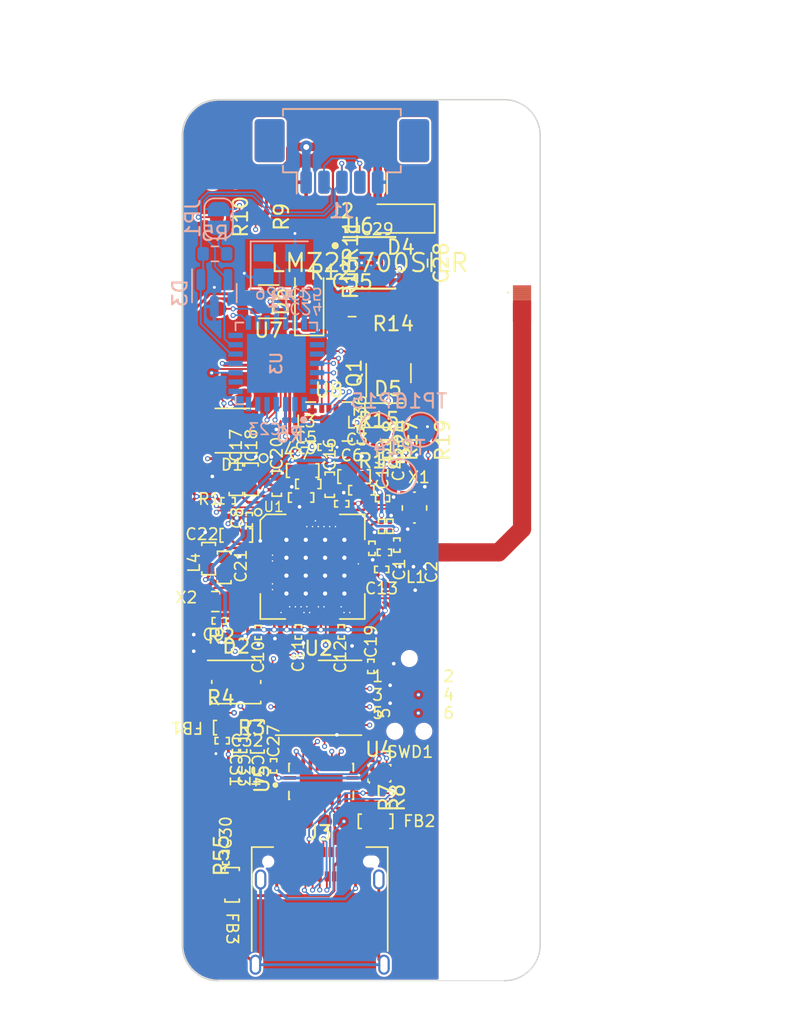
<source format=kicad_pcb>
(kicad_pcb (version 20221018) (generator pcbnew)
  (layers (0 "F.Cu" signal) (1 "In1.Cu" signal) (2 "In2.Cu" signal) (31 "B.Cu" signal) (34 "B.Paste" user) (35 "F.Paste" user) (36 "B.SilkS" user "B.Silkscreen") (37 "F.SilkS" user "F.Silkscreen") (38 "B.Mask" user) (39 "F.Mask" user) (44 "Edge.Cuts" user))
  (net 0 "")
  (net 1 "/Radio Sheet/M_A1")
  (net 2 "/Radio Sheet/DCC")
  (net 3 "/Radio Sheet/M_A31")
  (net 4 "Net-(U3-OSC2)")
  (net 5 "/Radio Sheet/~{RESET}")
  (net 6 "/Power/DCDC_VOUT")
  (net 7 "/P0.19{slash}SDA")
  (net 8 "/P0.21{slash}SCL")
  (net 9 "/Radio Sheet/P0.03{slash}NFC2")
  (net 10 "/Radio Sheet/P1.02{slash}I2C")
  (net 11 "/Radio Sheet/P0.28{slash}AIN7")
  (net 12 "/Radio Sheet/P1.03{slash}I2C")
  (net 13 "/Radio Sheet/P0.08{slash}TRACEDATA_3")
  (net 14 "/P0.26{slash}AIN5")
  (net 15 "/Radio Sheet/P0.09{slash}TRACEDATA_2")
  (net 16 "/P0.24")
  (net 17 "/Radio Sheet/M_AL1")
  (net 18 "/P0.23")
  (net 19 "/P0.22")
  (net 20 "/Radio Sheet/P0.10{slash}TRACEDATA_1")
  (net 21 "/Radio Sheet/M_AL31")
  (net 22 "/Radio Sheet/D_P")
  (net 23 "/Radio Sheet/D_N")
  (net 24 "/Radio Sheet/DCCD")
  (net 25 "/Radio Sheet/ANT")
  (net 26 "GND")
  (net 27 "/Radio Sheet/VBUS_NET")
  (net 28 "/Radio Sheet/DECA")
  (net 29 "/Radio Sheet/DECN")
  (net 30 "/Radio Sheet/DECR")
  (net 31 "/Radio Sheet/DCCH")
  (net 32 "/Radio Sheet/P0.11{slash}TRACEDATA_0")
  (net 33 "/P1.00")
  (net 34 "/Radio Sheet/P0.12{slash}TRACECLK")
  (net 35 "/Radio Sheet/DECUSB")
  (net 36 "/Radio Sheet/XC2")
  (net 37 "/Radio Sheet/XC1")
  (net 38 "/RF")
  (net 39 "VBUS")
  (net 40 "/Radio Sheet/DECD")
  (net 41 "/Radio Sheet/XL1")
  (net 42 "/Radio Sheet/XL2")
  (net 43 "/P1.01")
  (net 44 "/SWDCLK")
  (net 45 "/P0.06{slash}AIN2")
  (net 46 "/P1.10")
  (net 47 "/P1.09")
  (net 48 "/Radio Sheet/P0.20")
  (net 49 "/Radio Sheet/P1.05")
  (net 50 "/Radio Sheet/P1.07")
  (net 51 "/Radio Sheet/P0.25{slash}AIN4")
  (net 52 "/P1.04")
  (net 53 "/P0.07{slash}AIN3")
  (net 54 "/Radio Sheet/P0.27{slash}AIN6")
  (net 55 "/SWDDIO")
  (net 56 "/Radio Sheet/P1.06")
  (net 57 "/Radio Sheet/P1.08")
  (net 58 "/Radio Sheet/P0.29")
  (net 59 "/Radio Sheet/P0.04{slash}AIN0")
  (net 60 "/P0.30")
  (net 61 "/P0.31")
  (net 62 "/P1.11")
  (net 63 "/P1.12")
  (net 64 "/P1.13")
  (net 65 "/P1.14")
  (net 66 "/P1.15")
  (net 67 "/P0.13{slash}QSPI_0")
  (net 68 "/P0.14{slash}QSPI_1")
  (net 69 "/P0.15{slash}QSPI_2")
  (net 70 "/P0.16{slash}QSPI_3")
  (net 71 "/P0.17{slash}QSPI_CLK")
  (net 72 "/P0.18{slash}QSPI_CS")
  (net 73 "VCC")
  (net 74 "+5V")
  (net 75 "Net-(U3-OSC1)")
  (net 76 "Net-(D4-K)")
  (net 77 "Net-(U6-SS)")
  (net 78 "Net-(D2-R)")
  (net 79 "/USB/SHIELD")
  (net 80 "/USB/VBUS_CONN")
  (net 81 "Net-(D2-G)")
  (net 82 "Net-(D2-B)")
  (net 83 "Net-(D5-K)")
  (net 84 "+12V")
  (net 86 "/USB/USB_GND")
  (net 88 "/USB/TX_P")
  (net 89 "/USB/CC1")
  (net 90 "/USB/TX_N")
  (net 91 "/USB/CC2")
  (net 92 "Net-(J3-SBU1)")
  (net 97 "Net-(R16-Pad1)")
  (net 98 "Net-(R17-Pad1)")
  (net 99 "Net-(R19-Pad1)")
  (net 100 "/CAN/RXD")
  (net 101 "/CAN/TXD")
  (net 102 "Net-(J3-SBU2)")
  (net 104 "/USB/DBG_EN")
  (net 106 "Net-(JP1-B)")
  (net 107 "Net-(Q1-D)")
  (net 108 "Net-(U6-FB)")
  (net 109 "Net-(U6-PG)")
  (net 123 "/Radio Sheet/P0.02{slash}NFC1")
  (net 124 "/Radio Sheet/P0.05{slash}AIN1")
  (net 131 "/CAN_N")
  (net 132 "/CAN_P")
  (footprint "tuna-f1sh/jbr-kicad/Misc.pretty:TestPoint_Pad_D1.0mm_Tight" (layer "F.Cu") (at 92.04302 61.635 90)
    (fp_text reference "TP18" hide)
    (fp_text value "TestPoint")
  )
  (footprint "Connector_Molex:Molex_PicoBlade_53261-0571_1x05-1MP_P1.25mm_Horizontal" (layer "F.Cu") (at 101.15 44.365 180)
    (fp_text reference "J2")
    (fp_text value "PicoBlade")
  )
  (footprint "MCU_Nordic_Accessory:C_0201" (layer "F.Cu") (at 95.3 78.19 -90)
    (fp_text reference "C10")
    (fp_text value "100nF" hide)
  )
  (footprint "MCU_Nordic_Accessory:C_0603" (layer "F.Cu") (at 93.75 67.5 90)
    (fp_text reference "C17")
    (fp_text value "4.7uF" hide)
  )
  (footprint "MCU_Nordic_Accessory:C_0201" (layer "F.Cu") (at 101.1 78.15 -90)
    (fp_text reference "C12")
    (fp_text value "100nF" hide)
  )
  (footprint "tuna-f1sh/jbr-kicad/Misc.pretty:TestPoint_Pad_D1.0mm_Tight" (layer "F.Cu") (at 99.96 91.383447)
    (fp_text reference "TP7" hide)
    (fp_text value "TestPoint")
  )
  (footprint "Resistor_SMD:R_0201_0603Metric" (layer "F.Cu") (at 104.86 64.7775 -90)
    (fp_text reference "R17")
    (fp_text value "91k")
  )
  (footprint "MCU_Nordic_Accessory:C_0201" (layer "F.Cu") (at 94.285 86.075 -90)
    (fp_text reference "C33")
    (fp_text value "10nF" hide)
  )
  (footprint "MCU_Nordic_Accessory:C_0201" (layer "F.Cu") (at 92.58 77.38 180)
    (fp_text reference "C9")
    (fp_text value "100nF" hide)
  )
  (footprint "MCU_Nordic_Accessory:C_0402" (layer "F.Cu") (at 96.6 67.8 90)
    (fp_text reference "C20")
    (fp_text value "1uF" hide)
  )
  (footprint "tuna-f1sh/jbr-kicad/Misc.pretty:TestPoint_Pad_D1.0mm_Tight" (layer "F.Cu") (at 98.63 91.383447)
    (fp_text reference "TP9" hide)
    (fp_text value "TestPoint")
  )
  (footprint "MCU_Nordic_Accessory:C_0201" (layer "F.Cu") (at 102.45 64.5 90)
    (fp_text reference "C36")
    (fp_text value "100nF" hide)
  )
  (footprint "tuna-f1sh/jbr-kicad/Misc.pretty:TestPoint_Pad_D1.0mm_Tight" (layer "F.Cu") (at 96.81 57.35 -90)
    (fp_text reference "TP26" hide)
    (fp_text value "TestPoint")
  )
  (footprint "MCU_Nordic_Accessory:XTAL_32768Hz_2PIN" (layer "F.Cu") (at 92.310001 76.029998 180)
    (fp_text reference "X2")
    (fp_text value "Crystal" hide)
  )
  (footprint "tuna-f1sh/jbr-kicad/Misc.pretty:TestPoint_Pad_D1.0mm_Tight" (layer "F.Cu") (at 100.74 57.21 -90)
    (fp_text reference "TP13" hide)
    (fp_text value "TestPoint")
  )
  (footprint "MCU_Nordic_Accessory:C_0201" (layer "F.Cu") (at 103.92 70.78 -90)
    (fp_text reference "C14")
    (fp_text value "100nF" hide)
  )
  (footprint "Resistor_SMD:R_0201_0603Metric" (layer "F.Cu") (at 92.715 79.515)
    (fp_text reference "R2")
    (fp_text value "1k")
  )
  (footprint "tuna-f1sh/jbr-kicad/Misc.pretty:TestPoint_Pad_D1.0mm_Tight" (layer "F.Cu") (at 91.405 85.395 90)
    (fp_text reference "TP11" hide)
    (fp_text value "TestPoint")
  )
  (footprint "MCU_Nordic_Accessory:C_0201" (layer "F.Cu") (at 104.99 72.09 90)
    (fp_text reference "C2")
    (fp_text value "N/C" hide)
  )
  (footprint "Resistor_SMD:R_0201_0603Metric" (layer "F.Cu") (at 103.725 65.1675 180)
    (fp_text reference "R16")
    (fp_text value "1k")
  )
  (footprint "MCU_Nordic_Accessory:C_0201" (layer "F.Cu") (at 93.725 86.075 -90)
    (fp_text reference "C31")
    (fp_text value "100nF" hide)
  )
  (footprint "tuna-f1sh/jbr-kicad/Misc.pretty:TestPoint_Pad_D1.0mm_Tight" (layer "F.Cu") (at 101.77 59)
    (fp_text reference "TP24" hide)
    (fp_text value "TestPoint")
  )
  (footprint "MCU_Nordic_Accessory:FB_0603" (layer "F.Cu") (at 103.5 91.373447)
    (fp_text reference "FB2")
    (fp_text value "120R/0.55A" hide)
  )
  (footprint "Resistor_SMD:R_0201_0603Metric" (layer "F.Cu") (at 95.12 49.175 90)
    (fp_text reference "R10")
    (fp_text value "10k")
  )
  (footprint "tuna-f1sh/jbr-kicad/SnapEDA.pretty:Texas_Instruments-SIL0008E-0-0-MFG" (layer "F.Cu") (at 103.08 52.39)
    (fp_text reference "U6")
    (fp_text value "LMZ21700SILR")
  )
  (footprint "Diode_SMD:D_SOD-323" (layer "F.Cu") (at 104.37 63.03094)
    (fp_text reference "D5")
    (fp_text value "SD24-7")
  )
  (footprint "Resistor_SMD:R_0201_0603Metric" (layer "F.Cu") (at 95.88 49.175 -90)
    (fp_text reference "R9")
    (fp_text value "50k")
  )
  (footprint "MCU_Nordic_Accessory:L_0603" (layer "F.Cu") (at 91.84 73.04 -90)
    (fp_text reference "L4")
    (fp_text value "10uH" hide)
  )
  (footprint "MCU_Nordic_Accessory:SOT-143" (layer "F.Cu") (at 93.5 64.1 180)
    (fp_text reference "D1")
    (fp_text value "PRTR5V0U2X" hide)
  )
  (footprint "MCU_Nordic_Accessory:C_0201" (layer "F.Cu") (at 92.785 85.745)
    (fp_text reference "C32")
    (fp_text value "100nF" hide)
  )
  (footprint "MCU_Nordic_Accessory:XTAL_32M_4PIN" (layer "F.Cu") (at 106.22 69.5 180)
    (fp_text reference "X1")
    (fp_text value "Crystal_GND24" hide)
  )
  (footprint "MCU_Nordic_Accessory:C_0402" (layer "F.Cu") (at 102.51 68.26 180)
    (fp_text reference "C3")
    (fp_text value "1uF" hide)
  )
  (footprint "MCU_Nordic_Accessory:C_0201" (layer "F.Cu") (at 103.99 68.84)
    (fp_text reference "C15")
    (fp_text value "100nF" hide)
  )
  (footprint "Capacitor_SMD:C_0805_2012Metric" (layer "F.Cu") (at 106.4 52.4 -90)
    (fp_text reference "C28")
    (fp_text value "22u")
  )
  (footprint "MCU_Nordic_Accessory:L_0603" (layer "F.Cu") (at 98.41 66.89 180)
    (fp_text reference "L3")
    (fp_text value "10uH" hide)
  )
  (footprint "Resistor_SMD:R_0201_0603Metric" (layer "F.Cu") (at 100.71 53.485 -90)
    (fp_text reference "R13")
    (fp_text value "10k")
  )
  (footprint "Capacitor_SMD:C_0805_2012Metric" (layer "F.Cu") (at 101.86 55.41)
    (fp_text reference "C35")
    (fp_text value "22u")
  )
  (footprint "Connector_USB:USB_C_Receptacle_Amphenol_12401610E4-2A" (layer "F.Cu") (at 99.6 98.543447)
    (fp_text reference "J3")
    (fp_text value "USB_C_Receptacle")
  )
  (footprint "tuna-f1sh/jbr-kicad/Misc.pretty:TestPoint_Pad_D1.0mm_Tight" (layer "F.Cu") (at 92.1 46.63 90)
    (fp_text reference "TP4" hide)
    (fp_text value "TestPoint")
  )
  (footprint "tuna-f1sh/jbr-kicad/Misc.pretty:TestPoint_Pad_D1.0mm_Tight" (layer "F.Cu") (at 107.07 66.82)
    (fp_text reference "TP19" hide)
    (fp_text value "TestPoint")
  )
  (footprint "tuna-f1sh/jbr-kicad/Misc.pretty:TestPoint_Pad_D1.0mm_Tight" (layer "F.Cu") (at 92.41 49.2 90)
    (fp_text reference "TP2" hide)
    (fp_text value "TestPoint")
  )
  (footprint "MCU_Nordic_Accessory:C_0402" (layer "F.Cu") (at 100.3 67.875 90)
    (fp_text reference "C16")
    (fp_text value "1uF" hide)
  )
  (footprint "tuna-f1sh/jbr-kicad/Misc.pretty:TestPoint_Pad_D1.0mm_Tight" (layer "F.Cu") (at 105.48 87.46)
    (fp_text reference "TP12" hide)
    (fp_text value "TestPoint")
  )
  (footprint "Package_SON:WSON-8-1EP_6x5mm_P1.27mm_EP3.4x4mm" (layer "F.Cu") (at 99.52 82.75)
    (fp_text reference "U2")
    (fp_text value "MX25R6435F")
  )
  (footprint "tuna-f1sh/jbr-kicad/Misc.pretty:TestPoint_Pad_D1.0mm_Tight" (layer "F.Cu") (at 101.77 60.52)
    (fp_text reference "TP25" hide)
    (fp_text value "TestPoint")
  )
  (footprint "tuna-f1sh/jbr-kicad/Misc.pretty:TestPoint_Pad_D1.0mm_Tight" (layer "F.Cu") (at 94.34302 61.66 90)
    (fp_text reference "TP17" hide)
    (fp_text value "TestPoint")
  )
  (footprint "MCU_Nordic_Accessory:L_0603" (layer "F.Cu") (at 102 67.31 180)
    (fp_text reference "L2")
    (fp_text value "10uH" hide)
  )
  (footprint "MCU_Nordic_Accessory:C_0201" (layer "F.Cu") (at 98.11 78.15 -90)
    (fp_text reference "C11")
    (fp_text value "100nF" hide)
  )
  (footprint "LED_SMD:LED_Kingbright_AAA3528ESGCT" (layer "F.Cu") (at 93.77 81.65)
    (fp_text reference "D2")
    (fp_text value "AAA3528")
  )
  (footprint "MCU_Nordic_Accessory:C_0603" (layer "F.Cu") (at 94.825 67.5 90)
    (fp_text reference "C18")
    (fp_text value "4.7uF" hide)
  )
  (footprint "Resistor_SMD:R_0201_0603Metric" (layer "F.Cu") (at 100.36 52 180)
    (fp_text reference "R12")
    (fp_text value "240k")
  )
  (footprint "tuna-f1sh/jbr-kicad/Misc.pretty:TestPoint_Pad_D1.0mm_Tight" (layer "F.Cu") (at 94.01 49.2 90)
    (fp_text reference "TP1" hide)
    (fp_text value "TestPoint")
  )
  (footprint "Resistor_SMD:R_0201_0603Metric" (layer "F.Cu") (at 104.735 57.69094)
    (fp_text reference "R14")
    (fp_text value "1k")
  )
  (footprint "Resistor_SMD:R_0201_0603Metric" (layer "F.Cu") (at 93.79 93.758447 90)
    (fp_text reference "R55")
    (fp_text value "10K")
  )
  (footprint "MCU_Nordic_Accessory:C_0603" (layer "F.Cu") (at 93.775 71.41 180)
    (fp_text reference "C22")
    (fp_text value "4.7uF" hide)
  )
  (footprint "MCU_Nordic_Accessory:C_0201" (layer "F.Cu") (at 93.04 93.908447 90)
    (fp_text reference "C30")
    (fp_text value "10nF" hide)
  )
  (footprint "tuna-f1sh/jbr-kicad/Misc.pretty:TestPoint_Pad_D1.0mm_Tight" (layer "F.Cu") (at 101.29 91.383447)
    (fp_text reference "TP8" hide)
    (fp_text value "TestPoint")
  )
  (footprint "Resistor_SMD:R_0201_0603Metric" (layer "F.Cu") (at 107.14 64.7775 -90)
    (fp_text reference "R19")
    (fp_text value "91k")
  )
  (footprint "Package_TO_SOT_SMD:SOT-363_SC-70-6" (layer "F.Cu") (at 96.03 55.1 180)
    (fp_text reference "U7")
    (fp_text value "SiP32432DR3")
  )
  (footprint "Resistor_SMD:R_0201_0603Metric" (layer "F.Cu") (at 103.98 89.728447 -90)
    (fp_text reference "R8")
    (fp_text value "5k1")
  )
  (footprint "MCU_Nordic_Accessory:C_0201" (layer "F.Cu") (at 103.25 72.315 90)
    (fp_text reference "C1")
    (fp_text value "0.7pF" hide)
  )
  (footprint "tuna-f1sh/jbr-kicad/Misc.pretty:TestPoint_Pad_D1.0mm_Tight" (layer "F.Cu") (at 97.3 91.383447)
    (fp_text reference "TP10" hide)
    (fp_text value "TestPoint")
  )
  (footprint "Resistor_SMD:R_0201_0603Metric" (layer "F.Cu") (at 94.845 83.805 180)
    (fp_text reference "R3")
    (fp_text value "1k")
  )
  (footprint "tuna-f1sh/jbr-kicad/Misc.pretty:TestPoint_Pad_D1.0mm_Tight" (layer "F.Cu") (at 105.06 56.53)
    (fp_text reference "TP21" hide)
    (fp_text value "TestPoint")
  )
  (footprint "tuna-f1sh/jbr-kicad/Misc.pretty:TestPoint_Pad_D1.0mm_Tight" (layer "F.Cu") (at 92.59 55.6 90)
    (fp_text reference "TP6" hide)
    (fp_text value "TestPoint")
  )
  (footprint "MCU_Nordic_Accessory:C_0402" (layer "F.Cu") (at 98.3 68.77 180)
    (fp_text reference "C7")
    (fp_text value "1uF" hide)
  )
  (footprint "MCU_Nordic_Accessory:C_0201" (layer "F.Cu") (at 99.9825 65.26 180)
    (fp_text reference "C37")
    (fp_text value "100nF" hide)
  )
  (footprint "tuna-f1sh/jbr-kicad/SnapEDA.pretty:QFN50P450X250X100-21N" (layer "F.Cu") (at 99.7 88.593447 90)
    (fp_text reference "U5")
    (fp_text value "74CBTLV3245BQ")
  )
  (footprint "MCU_Nordic_Accessory:C_0201" (layer "F.Cu") (at 101.14 69.21)
    (fp_text reference "C6")
    (fp_text value "100nF" hide)
  )
  (footprint "MCU_Nordic_Accessory:FB_0603" (layer "F.Cu") (at 93.48 95.803447 -90)
    (fp_text reference "FB3")
    (fp_text value "120R/0.55A" hide)
  )
  (footprint "MCU_Nordic_Accessory:L_0201" (layer "F.Cu") (at 104.12 72.6)
    (fp_text reference "L1")
    (fp_text value "L" hide)
  )
  (footprint "MCU_Nordic_Accessory:C_0201" (layer "F.Cu") (at 94.68 70.32 90)
    (fp_text reference "C8")
    (fp_text value "100nF" hide)
  )
  (footprint "digikey/digikey-kicad-library/digikey-footprints.pretty:UFDFN-6_1.45x1mm" (layer "F.Cu") (at 103.77 88.018447)
    (fp_text reference "U4")
    (fp_text value "SN74LVC1G00DRY2")
  )
  (footprint "Resistor_SMD:R_0201_0603Metric" (layer "F.Cu") (at 103.72 64.3875)
    (fp_text reference "R15")
    (fp_text value "22k")
  )
  (footprint "MCU_Nordic_Accessory:R_0201" (layer "F.Cu") (at 93.2 69)
    (fp_text reference "R1")
    (fp_text value "2R2" hide)
  )
  (footprint "Diode_SMD:D_SOD-123" (layer "F.Cu") (at 98.87 55.1 90)
    (fp_text reference "D6")
    (fp_text value "MBR0540")
  )
  (footprint "Resistor_SMD:R_0201_0603Metric" (layer "F.Cu") (at 92.685 83.805)
    (fp_text reference "R4")
    (fp_text value "1k")
  )
  (footprint "MCU_Nordic_Accessory:C_0603" (layer "F.Cu") (at 92.93 73.65 90)
    (fp_text reference "C21")
    (fp_text value "2.2uF" hide)
  )
  (footprint "MCU_Nordic_Accessory:C_0201" (layer "F.Cu") (at 96.38 87.503447 90)
    (fp_text reference "C27")
    (fp_text value "100nF" hide)
  )
  (footprint "MCU_Nordic_Accessory:C_0201" (layer "F.Cu") (at 101.875 50.04)
    (fp_text reference "C29")
    (fp_text value "3.3n" hide)
  )
  (footprint "MCU_Nordic_Accessory:C_0603" (layer "F.Cu") (at 95.245 85.475 -90)
    (fp_text reference "C34")
    (fp_text value "1uF" hide)
  )
  (footprint "MCU_Nordic_Accessory:C_0201" (layer "F.Cu") (at 103.93 73.79)
    (fp_text reference "C13")
    (fp_text value "100nF" hide)
  )
  (footprint "MCU_Nordic_Accessory:C_0201" (layer "F.Cu") (at 103.175 80.555 90)
    (fp_text reference "C19")
    (fp_text value "100nF" hide)
  )
  (footprint "Diode_SMD:D_SOD-123" (layer "F.Cu") (at 105.27 49.3 180)
    (fp_text reference "D4")
    (fp_text value "MBR0540")
  )
  (footprint "MCU_Nordic_Accessory:TC2030-IDC-NL" (layer "F.Cu") (at 105.86 82.55 -90)
    (fp_text reference "SWD1")
    (fp_text value "Conn_02x03_Odd_Even" hide)
  )
  (footprint "MCU_Nordic_Custom:Nordic-AQFN-1EP_7x7mm_P0.4mm" (layer "F.Cu") (at 99.1 73.6)
    (fp_text reference "U1")
    (fp_text value "nRF5340-QKAA")
  )
  (footprint "Resistor_SMD:R_0201_0603Metric" (layer "F.Cu") (at 106.38 64.7775 90)
    (fp_text reference "R20")
    (fp_text value "10k")
  )
  (footprint "MCU_Nordic_Accessory:C_0201" (layer "F.Cu") (at 104.5 70.775 90)
    (fp_text reference "C4")
    (fp_text value "2.2nF" hide)
  )
  (footprint "tuna-f1sh/jbr-kicad/Misc.pretty:TestPoint_Pad_D1.0mm_Tight" (layer "F.Cu") (at 105.3 66.82)
    (fp_text reference "TP20" hide)
    (fp_text value "TestPoint")
  )
  (footprint "Package_TO_SOT_SMD:SOT-23" (layer "F.Cu") (at 104.41 60.09094 90)
    (fp_text reference "Q1")
    (fp_text value "BSS123")
  )
  (footprint "MCU_Nordic_Accessory:C_0402" (layer "F.Cu") (at 98.8 67.825 180)
    (fp_text reference "C5")
    (fp_text value "1uF" hide)
  )
  (footprint "Resistor_SMD:R_0201_0603Metric" (layer "F.Cu") (at 103.21 89.728447 -90)
    (fp_text reference "R7")
    (fp_text value "5k1")
  )
  (footprint "Package_LGA:LGA-14_3x2.5mm_P0.5mm_LayoutBorder3x4y" (layer "F.Cu") (at 100.2425 63.47)
    (fp_text reference "U8")
    (fp_text value "LSM6DSL")
  )
  (footprint "MCU_Nordic_Accessory:ANTENNA_L_2_4GHZ" (layer "F.Cu") (at 108 72.6 90)
    (fp_text reference "ANT1" hide)
    (fp_text value "Antenna_L" hide)
  )
  (footprint "tuna-f1sh/jbr-kicad/Misc.pretty:TestPoint_Pad_D1.0mm_Tight" (layer "F.Cu") (at 93.72 46.63 90)
    (fp_text reference "TP3" hide)
    (fp_text value "TestPoint")
  )
  (footprint "Resistor_SMD:R_0201_0603Metric" (layer "F.Cu") (at 105.61 64.7775 90)
    (fp_text reference "R18")
    (fp_text value "10k")
  )
  (footprint "tuna-f1sh/jbr-kicad/Misc.pretty:TestPoint_Pad_D1.0mm_Tight" (layer "F.Cu") (at 92.05 60.075 90)
    (fp_text reference "TP5" hide)
    (fp_text value "TestPoint")
  )
  (footprint "Resistor_SMD:R_0201_0603Metric" (layer "F.Cu") (at 100.71 50.84 -90)
    (fp_text reference "R11")
    (fp_text value "40k")
  )
  (footprint "MCU_Nordic_Accessory:FB_0603" (layer "F.Cu") (at 93.39 84.835 180)
    (fp_text reference "FB1")
    (fp_text value "120R/0.55A" hide)
  )
  (footprint "TestPoint:TestPoint_Pad_D2.0mm" (layer "B.Cu") (at 105.16 67.29 180)
    (fp_text reference "TP14")
    (fp_text value "TestPoint")
  )
  (footprint "Connector_Molex:Molex_PicoBlade_53261-0571_1x05-1MP_P1.25mm_Horizontal" (layer "B.Cu") (at 101.15 44.355)
    (fp_text reference "J1")
    (fp_text value "PicoBlade")
  )
  (footprint "TestPoint:TestPoint_Pad_D2.0mm" (layer "B.Cu") (at 106.67 64.04 180)
    (fp_text reference "TP16")
    (fp_text value "TestPoint")
  )
  (footprint "Resistor_SMD:R_0201_0603Metric" (layer "B.Cu") (at 97.525 63.37)
    (fp_text reference "R6")
    (fp_text value "1k")
  )
  (footprint "Jumper:SolderJumper-2_P1.3mm_Open_RoundedPad1.0x1.5mm" (layer "B.Cu") (at 92.54 49.2925 -90)
    (fp_text reference "JP1")
    (fp_text value "TERM")
  )
  (footprint "Crystal:Crystal_SMD_3225-4Pin_3.2x2.5mm" (layer "B.Cu") (at 96.775 52.54)
    (fp_text reference "Y1")
    (fp_text value "16MHz")
  )
  (footprint "MCU_Nordic_Accessory:C_0201" (layer "B.Cu") (at 97.485 64 180)
    (fp_text reference "C23")
    (fp_text value "100nF" hide)
  )
  (footprint "TestPoint:TestPoint_Pad_D2.0mm" (layer "B.Cu") (at 103.59 64.04 180)
    (fp_text reference "TP15")
    (fp_text value "TestPoint")
  )
  (footprint "MCU_Nordic_Accessory:C_0201" (layer "B.Cu") (at 96.905 55.56)
    (fp_text reference "C24")
    (fp_text value "100nF" hide)
  )
  (footprint "Package_TO_SOT_SMD:SOT-23" (layer "B.Cu") (at 92.24 54.5025 -90)
    (fp_text reference "D3")
    (fp_text value "DESD2CAN")
  )
  (footprint "MCU_Nordic_Accessory:C_0201" (layer "B.Cu") (at 96.91 54.54)
    (fp_text reference "C25")
    (fp_text value "8pF" hide)
  )
  (footprint "Resistor_SMD:R_0603_1608Metric" (layer "B.Cu") (at 92.28 51.7625 180)
    (fp_text reference "R5")
    (fp_text value "120R")
  )
  (footprint "MCU_Nordic_Accessory:C_0201" (layer "B.Cu") (at 97.96 54.54 180)
    (fp_text reference "C26")
    (fp_text value "8pF" hide)
  )
  (footprint "tuna-f1sh/jbr-kicad/QFN.pretty:QFN-28L" (layer "B.Cu") (at 96.57 59.408 90)
    (fp_text reference "U3")
    (fp_text value "MCP25625-E/ML")
  )
  (gr_arc (start 90 43.5) (mid 90.732233 41.732233) (end 92.5 41) (stroke (width 0.1)) (layer "Edge.Cuts"))
  (gr_line (start 115 43.5) (end 115 100) (stroke (width 0.1)) (layer "Edge.Cuts"))
  (gr_line (start 90 100) (end 90 43.5) (stroke (width 0.1)) (layer "Edge.Cuts"))
  (gr_line (start 92.5 41) (end 112.5 41) (stroke (width 0.1)) (layer "Edge.Cuts"))
  (gr_arc (start 115 100) (mid 114.267767 101.767767) (end 112.5 102.5) (stroke (width 0.1)) (layer "Edge.Cuts"))
  (gr_arc (start 112.5 41) (mid 114.267767 41.732233) (end 115 43.5) (stroke (width 0.1)) (layer "Edge.Cuts"))
  (gr_arc (start 92.5 102.5) (mid 90.732233 101.767767) (end 90 100) (stroke (width 0.1)) (layer "Edge.Cuts"))
  (gr_line (start 92.5 102.5) (end 112.5 102.5) (stroke (width 0.05)) (layer "Edge.Cuts"))
  (gr_text "5" (at 103.65 83.82) (layer "F.SilkS") (effects (font (size 0.8 0.8) (thickness 0.12))))
  (gr_text "4" (at 108.15 82.55) (layer "F.SilkS") (effects (font (size 0.8 0.8) (thickness 0.12)) (justify left)))
  (segment (start 100.85 67.785) (end 101.325 67.31) (width 0.1778) (layer "F.Cu") (net 2))
  (segment (start 100.85 68.65) (end 100.85 67.785) (width 0.1778) (layer "F.Cu") (net 2))
  (segment (start 100.1 69.4) (end 100.85 68.65) (width 0.1778) (layer "F.Cu") (net 2))
  (segment (start 100.1 70.4) (end 100.1 69.4) (width 0.1778) (layer "F.Cu") (net 2))
  (segment (start 96.79 54.135) (end 96.79 52.805) (width 0.127) (layer "B.Cu") (net 4))
  (segment (start 97.87 55.215) (end 97.87 56.558) (width 0.127) (layer "B.Cu") (net 4))
  (segment (start 97.195 54.54) (end 96.79 54.135) (width 0.127) (layer "B.Cu") (net 4))
  (segment (start 97.195 54.54) (end 97.87 55.215) (width 0.127) (layer "B.Cu") (net 4))
  (segment (start 96.79 52.805) (end 95.675 51.69) (width 0.127) (layer "B.Cu") (net 4))
  (segment (start 106.495 80.83) (end 106.9 80.425) (width 0.127) (layer "F.Cu") (net 5))
  (segment (start 106.495 81.28) (end 106.495 80.83) (width 0.127) (layer "F.Cu") (net 5))
  (segment (start 103.10188 75.80188) (end 102.3 75) (width 0.127) (layer "F.Cu") (net 5))
  (segment (start 106.9 80.425) (end 106.9 79.79) (width 0.127) (layer "F.Cu") (net 5))
  (segment (start 105.30188 78.19188) (end 105.30188 76.6871) (width 0.127) (layer "F.Cu") (net 5))
  (segment (start 104.41666 75.80188) (end 103.10188 75.80188) (width 0.127) (layer "F.Cu") (net 5))
  (segment (start 105.30188 76.6871) (end 104.41666 75.80188) (width 0.127) (layer "F.Cu") (net 5))
  (segment (start 106.9 79.79) (end 105.30188 78.19188) (width 0.127) (layer "F.Cu") (net 5))
  (segment (start 98.87 53.45) (end 99.63 54.21) (width 0.4) (layer "F.Cu") (net 6))
  (segment (start 96.98 54.45) (end 97.87 54.45) (width 0.4) (layer "F.Cu") (net 6))
  (segment (start 105.18 52.8) (end 104.565 52.8) (width 0.15) (layer "F.Cu") (net 6))
  (segment (start 99.78 53.45) (end 100.04 53.19) (width 0.4) (layer "F.Cu") (net 6))
  (segment (start 98.87 53.45) (end 99.78 53.45) (width 0.4) (layer "F.Cu") (net 6))
  (segment (start 99.63 54.21) (end 100.87 54.21) (width 0.4) (layer "F.Cu") (net 6))
  (segment (start 100.04 53.19) (end 100.04 52) (width 0.4) (layer "F.Cu") (net 6))
  (segment (start 97.87 54.45) (end 98.87 53.45) (width 0.4) (layer "F.Cu") (net 6))
  (via (at 105.18 52.8) (size 0.3556) (drill 0.2032) (layers "F.Cu" "B.Cu") (net 6))
  (via (at 100.87 54.21) (size 0.3556) (drill 0.2032) (layers "F.Cu" "B.Cu") (net 6))
  (segment (start 105.18 53.37) (end 105.18 52.82) (width 0.15) (layer "B.Cu") (net 6))
  (segment (start 100.87 54.21) (end 104.34 54.21) (width 0.15) (layer "B.Cu") (net 6))
  (segment (start 104.34 54.21) (end 105.18 53.37) (width 0.15) (layer "B.Cu") (net 6))
  (segment (start 105.18 52.82) (end 105.18 52.8) (width 0.15) (layer "B.Cu") (net 6))
  (segment (start 100.576711 58.55) (end 99.7425 59.384211) (width 0.127) (layer "F.Cu") (net 7))
  (segment (start 99.7425 59.384211) (end 99.7425 62.5575) (width 0.127) (layer "F.Cu") (net 7))
  (segment (start 101.09 58.55) (end 101.32 58.55) (width 0.127) (layer "F.Cu") (net 7))
  (segment (start 101.09 58.55) (end 100.576711 58.55) (width 0.127) (layer "F.Cu") (net 7))
  (segment (start 101.32 58.55) (end 101.77 59) (width 0.127) (layer "F.Cu") (net 7))
  (via (at 101.09 58.55) (size 0.3556) (drill 0.2032) (layers "F.Cu" "B.Cu") (net 7))
  (via micro (at 98.5 76.8) (size 0.1524) (drill 0.1016) (layers "F.Cu" "In1.Cu") (net 7))
  (segment (start 101.17 60.52) (end 101.77 60.52) (width 0.127) (layer "F.Cu") (net 8))
  (segment (start 100.2171 59.2329) (end 100.2171 62.5321) (width 0.127) (layer "F.Cu") (net 8))
  (segment (start 100.912467 60.262467) (end 101.17 60.52) (width 0.127) (layer "F.Cu") (net 8))
  (segment (start 100.912467 59.05) (end 100.4 59.05) (width 0.127) (layer "F.Cu") (net 8))
  (segment (start 100.4 59.05) (end 100.2171 59.2329) (width 0.127) (layer "F.Cu") (net 8))
  (segment (start 100.912467 59.05) (end 100.912467 60.262467) (width 0.127) (layer "F.Cu") (net 8))
  (via (at 100.912467 59.05) (size 0.3556) (drill 0.2032) (layers "F.Cu" "B.Cu") (net 8))
  (via micro (at 98.9 76.8) (size 0.1524) (drill 0.1016) (layers "F.Cu" "In1.Cu") (net 8))
  (segment (start 95.12 49.495) (end 95.12 50.065) (width 0.127) (layer "F.Cu") (net 14))
  (segment (start 95.12 49.495) (end 95.88 49.495) (width 0.127) (layer "F.Cu") (net 14))
  (via (at 95.12 50.065) (size 0.3556) (drill 0.2032) (layers "F.Cu" "B.Cu") (net 14))
  (via micro (at 101.7 76.8) (size 0.1524) (drill 0.1016) (layers "F.Cu" "In2.Cu") (net 14))
  (segment (start 104.4 60.346559) (end 104.4 62.01344) (width 0.127) (layer "F.Cu") (net 16))
  (segment (start 105.06 56.53) (end 105.06 57.68594) (width 0.127) (layer "F.Cu") (net 16))
  (segment (start 105.055 59.691559) (end 104.4 60.346559) (width 0.127) (layer "F.Cu") (net 16))
  (segment (start 105.055 57.69094) (end 105.055 59.691559) (width 0.127) (layer "F.Cu") (net 16))
  (via micro (at 101.3 76.8005) (size 0.1524) (drill 0.1016) (layers "F.Cu" "In1.Cu") (net 16))
  (via (at 104.4 62.01344) (size 0.3556) (drill 0.2032) (layers "F.Cu" "B.Cu") (net 16))
  (segment (start 102.02 63.72) (end 102.2 63.54) (width 0.127) (layer "F.Cu") (net 18))
  (segment (start 101.405 63.72) (end 102.02 63.72) (width 0.127) (layer "F.Cu") (net 18))
  (via micro (at 99.9 76.4) (size 0.1524) (drill 0.1016) (layers "F.Cu" "In1.Cu") (net 18))
  (via (at 102.2 63.54) (size 0.3556) (drill 0.2032) (layers "F.Cu" "B.Cu") (net 18))
  (segment (start 99.08 64.22) (end 99.08 65.22) (width 0.127) (layer "F.Cu") (net 19))
  (via (at 99.08 65.22) (size 0.3556) (drill 0.2032) (layers "F.Cu" "B.Cu") (net 19))
  (via micro (at 99.51 76.4) (size 0.1524) (drill 0.1016) (layers "F.Cu" "In1.Cu") (net 19))
  (segment (start 96.3857 70.357346) (end 95.712654 69.6843) (width 0.127) (layer "F.Cu") (net 22))
  (segment (start 93.366123 62.06) (end 94.456123 63.15) (width 0.127) (layer "F.Cu") (net 22))
  (segment (start 96.3857 70.7143) (end 96.3857 70.357346) (width 0.127) (layer "F.Cu") (net 22))
  (segment (start 99.35 94.213447) (end 99.6 94.463447) (width 0.127) (layer "F.Cu") (net 22))
  (segment (start 93.766123 61.66) (end 94.34302 61.66) (width 0.127) (layer "F.Cu") (net 22))
  (segment (start 92.4943 69.6843) (end 92.38 69.7986) (width 0.127) (layer "F.Cu") (net 22))
  (segment (start 93.366123 62.06) (end 93.766123 61.66) (width 0.127) (layer "F.Cu") (net 22))
  (segment (start 99.35 93.523447) (end 99.35 94.213447) (width 0.127) (layer "F.Cu") (net 22))
  (segment (start 99.602114 96.162114) (end 99.602114 95.225561) (width 0.127) (layer "F.Cu") (net 22))
  (segment (start 96.3 70.8) (end 96.3857 70.7143) (width 0.127) (layer "F.Cu") (net 22))
  (segment (start 95.712654 69.6843) (end 92.4943 69.6843) (width 0.127) (layer "F.Cu") (net 22))
  (segment (start 99.6 94.463447) (end 99.6 95.223447) (width 0.127) (layer "F.Cu") (net 22))
  (via (at 93.366123 62.2) (size 0.3556) (drill 0.2032) (layers "F.Cu" "B.Cu") (net 22))
  (via (at 92.38 69.7986) (size 0.3556) (drill 0.2032) (layers "F.Cu" "B.Cu") (net 22))
  (via (at 99.602114 96.162114) (size 0.3556) (drill 0.2032) (layers "F.Cu" "B.Cu") (net 22))
  (segment (start 99.86 92.593447) (end 99.86 93.513447) (width 0.127) (layer "F.Cu") (net 23))
  (segment (start 92.4943 69.4557) (end 92.38 69.3414) (width 0.127) (layer "F.Cu") (net 23))
  (segment (start 96.6143 70.262654) (end 95.807346 69.4557) (width 0.127) (layer "F.Cu") (net 23))
  (segment (start 96.7 70.8) (end 96.6143 70.7143) (width 0.127) (layer "F.Cu") (net 23))
  (segment (start 92.90942 62.06) (end 92.48442 61.635) (width 0.127) (layer "F.Cu") (net 23))
  (segment (start 96.6143 70.7143) (end 96.6143 70.262654) (width 0.127) (layer "F.Cu") (net 23))
  (segment (start 95.807346 69.4557) (end 92.4943 69.4557) (width 0.127) (layer "F.Cu") (net 23))
  (segment (start 99.1 95.223447) (end 99.1 96.173447) (width 0.127) (layer "F.Cu") (net 23))
  (segment (start 92.90942 62.64058) (end 92.4 63.15) (width 0.127) (layer "F.Cu") (net 23))
  (segment (start 92.48442 61.635) (end 92.04302 61.635) (width 0.127) (layer "F.Cu") (net 23))
  (segment (start 92.90942 62.06) (end 92.90942 62.64058) (width 0.127) (layer "F.Cu") (net 23))
  (via (at 99.86 92.593447) (size 0.3556) (drill 0.2032) (layers "F.Cu" "B.Cu") (net 23))
  (via (at 92.38 69.3414) (size 0.3556) (drill 0.2032) (layers "F.Cu" "B.Cu") (net 23))
  (via (at 92.90942 62.2) (size 0.3556) (drill 0.2032) (layers "F.Cu" "B.Cu") (net 23))
  (via (at 99.1 96.173447) (size 0.3556) (drill 0.2032) (layers "F.Cu" "B.Cu") (net 23))
  (segment (start 100.0814 95.1986) (end 99.1 96.18) (width 0.127) (layer "B.Cu") (net 23))
  (segment (start 99.86 92.6) (end 100.0814 92.8214) (width 0.127) (layer "B.Cu") (net 23))
  (segment (start 100.0814 92.8214) (end 100.0814 95.1986) (width 0.127) (layer "B.Cu") (net 23))
  (segment (start 97.9 70.8) (end 97.9 70.69) (width 0.1778) (layer "F.Cu") (net 24))
  (segment (start 97.82 70.61) (end 97.82 69.73) (width 0.1778) (layer "F.Cu") (net 24))
  (segment (start 97.23732 69.14732) (end 97.23732 67.868862) (width 0.1778) (layer "F.Cu") (net 24))
  (segment (start 97.9 70.69) (end 97.82 70.61) (width 0.1778) (layer "F.Cu") (net 24))
  (segment (start 97.23732 67.868862) (end 97.735 67.371182) (width 0.1778) (layer "F.Cu") (net 24))
  (segment (start 97.735 67.371182) (end 97.735 66.89) (width 0.1778) (layer "F.Cu") (net 24))
  (segment (start 97.82 69.73) (end 97.23732 69.14732) (width 0.1778) (layer "F.Cu") (net 24))
  (segment locked (start 102.3 72.6) (end 103.25 72.6) (width 0.1778) (layer "F.Cu") (net 25))
  (segment locked (start 103.25 72.6) (end 103.835 72.6) (width 0.1778) (layer "F.Cu") (net 25))
  (segment (start 101.1 70.8) (end 101.1 71.5) (width 0.18) (layer "F.Cu") (net 26))
  (segment (start 100.7425 64.3825) (end 100.2425 64.3825) (width 0.2) (layer "F.Cu") (net 26))
  (segment (start 104.9794 89.102847) (end 104.27 88.393447) (width 0.2) (layer "F.Cu") (net 26))
  (segment (start 105.75 71.045) (end 104.99 71.805) (width 0.2) (layer "F.Cu") (net 26))
  (segment (start 101.885 88.843447) (end 101.885 89.205) (width 0.2) (layer "F.Cu") (net 26))
  (segment (start 97.625 68.05) (end 97.65 68.025) (width 0.18) (layer "F.Cu") (net 26))
  (segment (start 97.795 68.77) (end 97.625 68.6) (width 0.2413) (layer "F.Cu") (net 26))
  (segment (start 104.4834 65.4834) (end 104.9 65.9) (width 0.15) (layer "F.Cu") (net 26))
  (segment (start 104.0875 64.3875) (end 104.4834 64.7834) (width 0.15) (layer "F.Cu") (net 26))
  (segment (start 94.01 72.88) (end 93.025 72.88) (width 0.2) (layer "F.Cu") (net 26))
  (segment (start 98.16 70.52) (end 98.16 69.45) (width 0.18) (layer "F.Cu") (net 26))
  (segment (start 96.98 55.1) (end 98.89 55.1) (width 0.1) (layer "F.Cu") (net 26))
  (segment (start 106.3684 65.8066) (end 106.375 65.8) (width 0.2) (layer "F.Cu") (net 26))
  (segment (start 93.965 70.035) (end 94.68 70.035) (width 0.2) (layer "F.Cu") (net 26))
  (segment (start 105.75 70.98) (end 105.75 71.045) (width 0.2) (layer "F.Cu") (net 26))
  (segment (start 98.19 69.42) (end 98.19 69.23) (width 0.18) (layer "F.Cu") (net 26))
  (segment (start 106.3684 67.4484) (end 106.3684 65.8066) (width 0.2) (layer "F.Cu") (net 26))
  (segment (start 103.72 71.2) (end 103.43 71.2) (width 0.2032) (layer "F.Cu") (net 26))
  (segment (start 98.1 68.025) (end 98.3 67.825) (width 0.18) (layer "F.Cu") (net 26))
  (segment (start 101.425 69.351414) (end 101.425 69.21) (width 0.18) (layer "F.Cu") (net 26))
  (segment (start 95.9 71.8) (end 96.3 72) (width 0.15) (layer "F.Cu") (net 26))
  (segment (start 97.65 68.025) (end 98.1 68.025) (width 0.18) (layer "F.Cu") (net 26))
  (segment (start 98.3 70.8) (end 98.3 70.66) (width 0.18) (layer "F.Cu") (net 26))
  (segment (start 100.2675 65.26) (end 100.81 65.26) (width 0.2) (layer "F.Cu") (net 26))
  (segment (start 102.725 72.2) (end 102.895 72.03) (width 0.225) (layer "F.Cu") (net 26))
  (segment (start 102.728447 90.048447) (end 103.98 90.048447) (width 0.2) (layer "F.Cu") (net 26))
  (segment (start 93.8 70.2) (end 93.965 70.035) (width 0.2) (layer "F.Cu") (net 26))
  (segment (start 100.9 69.876414) (end 101.425 69.351414) (width 0.18) (layer "F.Cu") (net 26))
  (segment (start 103.98 90.048447) (end 104.501553 90.048447) (width 0.2) (layer "F.Cu") (net 26))
  (segment (start 95.450009 71.800009) (end 95.199991 71.800009) (width 0.1778) (layer "F.Cu") (net 26))
  (segment (start 105.75 70.98) (end 105.75 70.275) (width 0.2) (layer "F.Cu") (net 26))
  (segment (start 93.07 85.745) (end 93.07 85.93) (width 0.2) (layer "F.Cu") (net 26))
  (segment (start 100.9 70.4) (end 101.1 70.8) (width 0.18) (layer "F.Cu") (net 26))
  (segment (start 103.92 71.065) (end 103.855 71.065) (width 0.2032) (layer "F.Cu") (net 26))
  (segment (start 104.4834 64.7834) (end 104.4834 65.4834) (width 0.15) (layer "F.Cu") (net 26))
  (segment (start 106.94 68.02) (end 106.94 68.685) (width 0.2) (layer "F.Cu") (net 26))
  (segment (start 98.3 70.8) (end 98.3 71.4) (width 0.18) (layer "F.Cu") (net 26))
  (segment (start 103.855 71.065) (end 103.72 71.2) (width 0.2032) (layer "F.Cu") (net 26))
  (segment (start 95.199991 71.800009) (end 95 72) (width 0.1778) (layer "F.Cu") (net 26))
  (segment (start 102.895 72.03) (end 103.245 72.03) (width 0.225) (layer "F.Cu") (net 26))
  (segment (start 95 72) (end 93.695 72) (width 0.1778) (layer "F.Cu") (net 26))
  (segment (start 104.59 70.03) (end 104.5 70.12) (width 0.18) (layer "F.Cu") (net 26))
  (segment (start 101.885 89.205) (end 102.728447 90.048447) (width 0.2) (layer "F.Cu") (net 26))
  (segment (start 100.3 66.78) (end 100.3 67.375) (width 0.1778) (layer "F.Cu") (net 26))
  (segment (start 100.9 70.4) (end 100.9 69.876414) (width 0.18) (layer "F.Cu") (net 26))
  (segment (start 102.3 72.2) (end 101.8 72.2) (width 0.225) (layer "F.Cu") (net 26))
  (segment (start 104.501553 90.048447) (end 104.9794 89.5706) (width 0.2) (layer "F.Cu") (net 26))
  (segment (start 98.19 69.23) (end 97.8 68.84) (width 0.24) (layer "F.Cu") (net 26))
  (segment (start 98.3 70.66) (end 98.16 70.52) (width 0.18) (layer "F.Cu") (net 26))
  (segment (start 97 72) (end 96.3 72) (width 0.15) (layer "F.Cu") (net 26))
  (segment (start 104.9794 89.5706) (end 104.9794 89.102847) (width 0.2) (layer "F.Cu") (net 26))
  (segment (start 104.99 71.805) (end 104.99 71.74) (width 0.2) (layer "F.Cu") (net 26))
  (segment (start 93.07 85.93) (end 92.35 86.65) (width 0.2) (layer "F.Cu") (net 26))
  (segment (start 106.94 68.02) (end 106.3684 67.4484) (width 0.2) (layer "F.Cu") (net 26))
  (segment (start 93.695 72) (end 93.105 71.41) (width 0.1778) (layer "F.Cu") (net 26))
  (segment (start 100.2675 65.26) (end 100.2675 64.4075) (width 0.2) (layer "F.Cu") (net 26))
  (segment (start 98.16 69.45) (end 98.19 69.42) (width 0.18) (layer "F.Cu") (net 26))
  (segment (start 102.3 72.2) (end 102.725 72.2) (width 0.225) (layer "F.Cu") (net 26))
  (segment (start 97.625 68.6) (end 97.625 68.05) (width 0.2413) (layer "F.Cu") (net 26))
  (segment (start 95.900011 71.800009) (end 95.450009 71.800009) (width 0.1778) (layer "F.Cu") (net 26))
  (segment (start 104.5 70.12) (end 104.5 70.49) (width 0.18) (layer "F.Cu") (net 26))
  (segment (start 103.98 90.048447) (end 103.98 91.178447) (width 0.2) (layer "F.Cu") (net 26))
  (via (at 97.275 71.725) (size 0.5) (drill 0.3) (layers "F.Cu" "B.Cu") (net 26))
  (via (at 97.275 74.225) (size 0.5) (drill 0.3) (layers "F.Cu" "B.Cu") (net 26))
  (via (at 99.975 75.475) (size 0.5) (drill 0.3) (layers "F.Cu" "B.Cu") (net 26))
  (via (at 101.325 71.725) (size 0.5) (drill 0.3) (layers "F.Cu" "B.Cu") (net 26))
  (via (at 94.33 53.12) (size 0.3556) (drill 0.2032) (layers "F.Cu" "B.Cu") (net 26))
  (via (at 106.375 65.8) (size 0.3556) (drill 0.254) (layers "F.Cu" "B.Cu") (net 26))
  (via (at 101.325 74.225) (size 0.5) (drill 0.3) (layers "F.Cu" "B.Cu") (net 26))
  (via (at 106.27 75.24) (size 0.3556) (drill 0.254) (layers "F.Cu" "B.Cu") (net 26))
  (via (at 97.65 68.025) (size 0.3556) (drill 0.254) (layers "F.Cu" "B.Cu") (net 26))
  (via (at 95.15 65.94) (size 0.3556) (drill 0.254) (layers "F.Cu" "B.Cu") (net 26))
  (via (at 104.76 68.74) (size 0.3556) (drill 0.254) (layers "F.Cu" "B.Cu") (net 26))
  (via (at 101.325 75.475) (size 0.5) (drill 0.3) (layers "F.Cu" "B.Cu") (net 26))
  (via (at 105.2 73.6) (size 0.3556) (drill 0.254) (layers "F.Cu" "B.Cu") (net 26))
  (via (at 103.53 78.2) (size 0.3556) (drill 0.254) (layers "F.Cu" "B.Cu") (net 26))
  (via (at 99.975 74.225) (size 0.5) (drill 0.3) (layers "F.Cu" "B.Cu") (net 26))
  (via (at 106.15 73.6) (size 0.3556) (drill 0.254) (layers "F.Cu" "B.Cu") (net 26))
  (via (at 106.93 73.6) (size 0.3556) (drill 0.254) (layers "F.Cu" "B.Cu") (net 26))
  (via (at 92.1 67.3) (size 0.3556) (drill 0.254) (layers "F.Cu" "B.Cu") (net 26))
  (via (at 99.975 72.975) (size 0.5) (drill 0.3) (layers "F.Cu" "B.Cu") (net 26))
  (via (at 95.32 79.05) (size 0.3556) (drill 0.254) (layers "F.Cu" "B.Cu") (net 26))
  (via (at 96.22 65.94) (size 0.3556) (drill 0.254) (layers "F.Cu" "B.Cu") (net 26))
  (via (at 96.57 64.02) (size 0.3556) (drill 0.254) (layers "F.Cu" "B.Cu") (net 26))
  (via (at 101.325 72.975) (size 0.5) (drill 0.3) (layers "F.Cu" "B.Cu") (net 26))
  (via (at 106.94 68.02) (size 0.3556) (drill 0.254) (layers "F.Cu" "B.Cu") (net 26))
  (via (at 97.87 50.34) (size 0.3556) (drill 0.2032) (layers "F.Cu" "B.Cu") (net 26))
  (via (at 100.81 65.26) (size 0.3556) (drill 0.2032) (layers "F.Cu" "B.Cu") (net 26))
  (via (at 98.625 74.225) (size 0.5) (drill 0.3) (layers "F.Cu" "B.Cu") (net 26))
  (via (at 101.28 68.43) (size 0.3556) (drill 0.254) (layers "F.Cu" "B.Cu") (net 26))
  (via (at 104.52 81.88) (size 0.3556) (drill 0.254) (layers "F.Cu" "B.Cu") (net 26))
  (via (at 92.35 86.65) (size 0.3556) (drill 0.2032) (layers "F.Cu" "B.Cu") (net 26))
  (via (at 90.8 79.5) (size 0.3556) (drill 0.254) (layers "F.Cu" "B.Cu") (net 26))
  (via (at 91.6 71.2) (size 0.3556) (drill 0.254) (layers "F.Cu" "B.Cu") (net 26))
  (via (at 98.46 78.94) (size 0.3556) (drill 0.254) (layers "F.Cu" "B.Cu") (net 26))
  (via (at 104.59 70.03) (size 0.3556) (drill 0.254) (layers "F.Cu" "B.Cu") (net 26))
  (via (at 92.73 78.88) (size 0.3556) (drill 0.254) (layers "F.Cu" "B.Cu") (net 26))
  (via (at 97.275 75.475) (size 0.5) (drill 0.3) (layers "F.Cu" "B.Cu") (net 26))
  (via (at 100.8 85.34) (size 0.3556) (drill 0.254) (layers "F.Cu" "B.Cu") (net 26))
  (via (at 97.275 72.975) (size 0.5) (drill 0.3) (layers "F.Cu" "B.Cu") (net 26))
  (via (at 93.8 70.2) (size 0.3556) (drill 0.254) (layers "F.Cu" "B.Cu") (net 26))
  (via (at 98.89 55.1) (size 0.3556) (drill 0.2032) (layers "F.Cu" "B.Cu") (net 26))
  (via (at 104.52 83.13) (size 0.3556) (drill 0.254) (layers "F.Cu" "B.Cu") (net 26))
  (via (at 92.24 54.1) (size 0.3556) (drill 0.2032) (layers "F.Cu" "B.Cu") (net 26))
  (via (at 98.19 69.42) (size 0.3556) (drill 0.254) (layers "F.Cu" "B.Cu") (net 26))
  (via (at 105.75 70.98) (size 0.3556) (drill 0.254) (layers "F.Cu" "B.Cu") (net 26))
  (via (at 102.55 65.9) (size 0.3556) (drill 0.254) (layers "F.Cu" "B.Cu") (net 26))
  (via (at 90.8 78.34) (size 0.3556) (drill 0.254) (layers "F.Cu" "B.Cu") (net 26))
  (via (at 98.625 71.725) (size 0.5) (drill 0.3) (layers "F.Cu" "B.Cu") (net 26))
  (via (at 103.3 73.12) (size 0.3556) (drill 0.254) (layers "F.Cu" "B.Cu") (net 26))
  (via (at 95.450009 71.800009) (size 0.3556) (drill 0.254) (layers "F.Cu" "B.Cu") (net 26))
  (via (at 104.9 65.9) (size 0.3556) (drill 0.254) (layers "F.Cu" "B.Cu") (net 26))
  (via (at 103.43 71.2) (size 0.3556) (drill 0.254) (layers "F.Cu" "B.Cu") (net 26))
  (via (at 98.625 72.975) (size 0.5) (drill 0.3) (layers "F.Cu" "B.Cu") (net 26))
  (via (at 96.47 78.62) (size 0.3556) (drill 0.254) (layers "F.Cu" "B.Cu") (net 26))
  (via (at 101.86 79.13) (size 0.3556) (drill 0.254) (layers "F.Cu" "B.Cu") (net 26))
  (via (at 104.77 80.37) (size 0.3556) (drill 0.254) (layers "F.Cu" "B.Cu") (net 26))
  (via (at 100.3 66.78) (size 0.3556) (drill 0.254) (layers "F.Cu" "B.Cu") (net 26))
  (via (at 99.975 71.725) (size 0.5) (drill 0.3) (layers "F.Cu" "B.Cu") (net 26))
  (via (at 94.01 72.88) (size 0.3556) (drill 0.254) (layers "F.Cu" "B.Cu") (net 26))
  (via (at 98.625 75.475) (size 0.5) (drill 0.3) (layers "F.Cu" "B.Cu") (net 26))
  (segment (start 96.62 55.56) (end 96.62 56.508) (width 0.2) (layer "B.Cu") (net 26))
  (segment (start 94.6 53.39) (end 94.33 53.12) (width 0.2) (layer "B.Cu") (net 26))
  (segment (start 97.875 51.69) (end 97.875 50.345) (width 0.2) (layer "B.Cu") (net 26))
  (segment (start 95.5906 55.347153) (end 95.812847 55.5694) (width 0.2) (layer "B.Cu") (net 26))
  (segment (start 95.812847 55.5694) (end 96.6106 55.5694) (width 0.2) (layer "B.Cu") (net 26))
  (segment (start 95.675 53.59) (end 96.625 54.54) (width 0.2) (layer "B.Cu") (net 26))
  (segment (start 98.33 54.54) (end 98.89 55.1) (width 0.2) (layer "B.Cu") (net 26))
  (segment (start 92.24 55.44) (end 92.24 54.1) (width 0.2) (layer "B.Cu") (net 26))
  (segment (start 95.675 53.39) (end 94.6 53.39) (width 0.2) (layer "B.Cu") (net 26))
  (segment (start 97.875 50.345) (end 97.87 50.34) (width 0.2) (layer "B.Cu") (net 26))
  (segment (start 98.245 54.54) (end 98.33 54.54) (width 0.2) (layer "B.Cu") (net 26))
  (segment (start 95.89 69.11) (end 94.57 69.11) (width 0.1778) (layer "F.Cu") (net 27))
  (segment (start 93.75 68.23) (end 93.485 68.495) (width 0.1778) (layer "F.Cu") (net 27))
  (segment (start 94.57 69.11) (end 93.75 68.29) (width 0.1778) (layer "F.Cu") (net 27))
  (segment (start 93.485 68.495) (end 93.485 69) (width 0.1778) (layer "F.Cu") (net 27))
  (segment (start 96.9 70.12) (end 95.89 69.11) (width 0.1778) (layer "F.Cu") (net 27))
  (segment (start 96.9 70.4) (end 96.9 70.12) (width 0.1778) (layer "F.Cu") (net 27))
  (segment (start 98.5 69.94) (end 98.8 69.64) (width 0.2) (layer "F.Cu") (net 28))
  (segment (start 98.8 69.64) (end 98.8 68.77) (width 0.2) (layer "F.Cu") (net 28))
  (segment (start 98.5 70.4) (end 98.5 69.94) (width 0.2) (layer "F.Cu") (net 28))
  (segment (start 100.5 69.72) (end 100.855 69.365) (width 0.18) (layer "F.Cu") (net 29))
  (segment (start 100.5 70.4) (end 100.5 69.72) (width 0.18) (layer "F.Cu") (net 29))
  (segment (start 100.855 69.365) (end 100.855 69.21) (width 0.18) (layer "F.Cu") (net 29))
  (segment (start 103.02 67.67) (end 103.02 68.26) (width 0.2032) (layer "F.Cu") (net 30))
  (segment (start 102.44 69.19) (end 102.29 69.19) (width 0.24) (layer "F.Cu") (net 30))
  (segment (start 102.675 67.325) (end 103.02 67.67) (width 0.2032) (layer "F.Cu") (net 30))
  (segment (start 101.3 69.9) (end 102.01 69.19) (width 0.18) (layer "F.Cu") (net 30))
  (segment (start 104.775 71.075) (end 104.5 71.075) (width 0.18) (layer "F.Cu") (net 30))
  (segment (start 102.58 71.8) (end 102.3 71.8) (width 0.18) (layer "F.Cu") (net 30))
  (segment (start 101.3 70.4) (end 101.3 69.9) (width 0.18) (layer "F.Cu") (net 30))
  (segment (start 104.86 70.99) (end 104.775 71.075) (width 0.18) (layer "F.Cu") (net 30))
  (segment (start 102.01 69.19) (end 102.29 69.19) (width 0.18) (layer "F.Cu") (net 30))
  (segment (start 103.987689 71.587311) (end 102.792689 71.587311) (width 0.18) (layer "F.Cu") (net 30))
  (segment (start 103.02 68.61) (end 102.44 69.19) (width 0.24) (layer "F.Cu") (net 30))
  (segment (start 102.792689 71.587311) (end 102.58 71.8) (width 0.18) (layer "F.Cu") (net 30))
  (segment (start 104.5 71.075) (end 103.987689 71.587311) (width 0.18) (layer "F.Cu") (net 30))
  (segment (start 103.02 68.26) (end 103.02 68.61) (width 0.24) (layer "F.Cu") (net 30))
  (segment (start 104.94 70.99) (end 104.86 70.99) (width 0.18) (layer "F.Cu") (net 30))
  (via (at 102.29 69.19) (size 0.3556) (drill 0.254) (layers "F.Cu" "B.Cu") (net 30))
  (via (at 104.94 70.99) (size 0.3556) (drill 0.254) (layers "F.Cu" "B.Cu") (net 30))
  (segment (start 102.29 69.19) (end 102.29 69.472258) (width 0.18) (layer "B.Cu") (net 30))
  (segment (start 103.587742 70.77) (end 104.72 70.77) (width 0.18) (layer "B.Cu") (net 30))
  (segment (start 104.72 70.77) (end 104.94 70.99) (width 0.18) (layer "B.Cu") (net 30))
  (segment (start 102.29 69.472258) (end 103.587742 70.77) (width 0.18) (layer "B.Cu") (net 30))
  (segment (start 92.42 72.29) (end 92.345 72.365) (width 0.1778) (layer "F.Cu") (net 31))
  (segment (start 95.9 72.2) (end 95.81 72.29) (width 0.1778) (layer "F.Cu") (net 31))
  (segment (start 95.81 72.29) (end 92.42 72.29) (width 0.1778) (layer "F.Cu") (net 31))
  (segment (start 92.345 72.365) (end 91.84 72.365) (width 0.1778) (layer "F.Cu") (net 31))
  (segment (start 93.69 79.51) (end 93.04 79.51) (width 0.127) (layer "F.Cu") (net 33))
  (via (at 93.69 79.51) (size 0.3556) (drill 0.2032) (layers "F.Cu" "B.Cu") (net 33))
  (via micro (at 96.3 72.8) (size 0.1524) (drill 0.1016) (layers "F.Cu" "In1.Cu") (net 33))
  (segment (start 97.1 70.8) (end 97.1 70.74) (width 0.1778) (layer "F.Cu") (net 35))
  (segment (start 95.870474 68.67) (end 95.32 68.67) (width 0.1778) (layer "F.Cu") (net 35))
  (segment (start 97.20268 69.992338) (end 96.64 69.429658) (width 0.1778) (layer "F.Cu") (net 35))
  (segment (start 95.32 68.67) (end 94.825 68.175) (width 0.1778) (layer "F.Cu") (net 35))
  (segment (start 96.64 69.429658) (end 96.630132 69.429658) (width 0.1778) (layer "F.Cu") (net 35))
  (segment (start 97.20268 70.61732) (end 97.20268 69.992338) (width 0.1778) (layer "F.Cu") (net 35))
  (segment (start 97.09 70.73) (end 97.20268 70.61732) (width 0.1778) (layer "F.Cu") (net 35))
  (segment (start 96.630132 69.429658) (end 95.870474 68.67) (width 0.1778) (layer "F.Cu") (net 35))
  (segment (start 95.15 68.36) (end 95.15 68.225) (width 0.1524) (layer "F.Cu") (net 35))
  (segment (start 97.1 70.74) (end 97.09 70.73) (width 0.1778) (layer "F.Cu") (net 35))
  (segment (start 103.58 69.3) (end 105.175 69.3) (width 0.127) (layer "F.Cu") (net 36))
  (segment (start 102.93 69.95) (end 103.58 69.3) (width 0.127) (layer "F.Cu") (net 36))
  (segment (start 105.175 69.3) (end 105.675 68.8) (width 0.127) (layer "F.Cu") (net 36))
  (segment (start 101.9 70.8) (end 101.9 70.23) (width 0.127) (layer "F.Cu") (net 36))
  (segment (start 101.9 70.23) (end 102.18 69.95) (width 0.127) (layer "F.Cu") (net 36))
  (segment (start 102.18 69.95) (end 102.93 69.95) (width 0.127) (layer "F.Cu") (net 36))
  (segment (start 106.175 69.55) (end 106.825 70.2) (width 0.127) (layer "F.Cu") (net 37))
  (segment (start 103.75 69.55) (end 106.175 69.55) (width 0.127) (layer "F.Cu") (net 37))
  (segment (start 102.3 71) (end 103.75 69.55) (width 0.127) (layer "F.Cu") (net 37))
  (segment (start 108 72.6) (end 106.8 72.6) (width 0.762) (layer "F.Cu") (net 38))
  (segment locked (start 113.735 70.965) (end 113.735 55.24) (width 1.27) (layer "F.Cu") (net 38))
  (segment locked (start 104.635 72.6) (end 104.73 72.6) (width 0.24) (layer "F.Cu") (net 38))
  (segment locked (start 106.8 72.6) (end 104.73 72.6) (width 0.76) (layer "F.Cu") (net 38))
  (segment locked (start 108 72.6) (end 112.1 72.6) (width 1.27) (layer "F.Cu") (net 38))
  (segment locked (start 112.1 72.6) (end 113.735 70.965) (width 1.27) (layer "F.Cu") (net 38))
  (segment (start 92.5 85.745) (end 92.5 85.05) (width 0.2) (layer "F.Cu") (net 39))
  (segment (start 91.95 54.55) (end 94.98 54.55) (width 0.2) (layer "F.Cu") (net 39))
  (segment (start 90.8 77.2) (end 90.8 68.9) (width 0.2) (layer "F.Cu") (net 39))
  (segment (start 90.825 55.675) (end 91.95 54.55) (width 0.2) (layer "F.Cu") (net 39))
  (segment (start 90.9 68.8) (end 90.9 68.6) (width 0.2) (layer "F.Cu") (net 39))
  (segment (start 92.715 84.835) (end 91.965 84.835) (width 0.2) (layer "F.Cu") (net 39))
  (segment (start 91.965 84.835) (end 91.405 85.395) (width 0.2) (layer "F.Cu") (net 39))
  (segment (start 92.6133 69) (end 92.3133 68.7) (width 0.2) (layer "F.Cu") (net 39))
  (segment (start 90.8 68.9) (end 90.9 68.8) (width 0.2) (layer "F.Cu") (net 39))
  (segment (start 91.5 85.3) (end 91.5 77.9) (width 0.2) (layer "F.Cu") (net 39))
  (segment (start 90.825 68.525) (end 90.825 55.675) (width 0.2) (layer "F.Cu") (net 39))
  (segment (start 91 68.7) (end 90.9 68.6) (width 0.2) (layer "F.Cu") (net 39))
  (segment (start 91.5 77.9) (end 90.8 77.2) (width 0.2) (layer "F.Cu") (net 39))
  (segment (start 91 68.7) (end 90.9 68.8) (width 0.2) (layer "F.Cu") (net 39))
  (segment (start 90.9 68.6) (end 90.825 68.525) (width 0.2) (layer "F.Cu") (net 39))
  (segment (start 92.915 69) (end 92.6133 69) (width 0.2) (layer "F.Cu") (net 39))
  (via (at 91 68.7) (size 0.3556) (drill 0.2032) (layers "F.Cu" "B.Cu") (net 39))
  (via (at 92.3133 68.7) (size 0.3556) (drill 0.2032) (layers "F.Cu" "B.Cu") (net 39))
  (segment (start 92.3133 68.7) (end 91 68.7) (width 0.2) (layer "B.Cu") (net 39))
  (segment (start 99.085 67.145) (end 99.3 67.36) (width 0.1778) (layer "F.Cu") (net 40))
  (segment (start 98.9 70.05) (end 98.9 70.4) (width 0.2) (layer "F.Cu") (net 40))
  (segment (start 99.3 67.36) (end 99.3 67.825) (width 0.1778) (layer "F.Cu") (net 40))
  (segment (start 99.32 67.845) (end 99.32 69.63) (width 0.2) (layer "F.Cu") (net 40))
  (segment (start 99.32 69.63) (end 98.9 70.05) (width 0.2) (layer "F.Cu") (net 40))
  (segment (start 93.394981 75.076487) (end 92.243513 75.076487) (width 0.1524) (layer "F.Cu") (net 41))
  (segment (start 92.243513 75.076487) (end 91.585 75.735) (width 0.1524) (layer "F.Cu") (net 41))
  (segment (start 95.9 73) (end 95.471468 73) (width 0.1524) (layer "F.Cu") (net 41))
  (segment (start 95.471468 73) (end 93.394981 75.076487) (width 0.1524) (layer "F.Cu") (net 41))
  (segment (start 95.43 73.4) (end 93.035 75.795) (width 0.1524) (layer "F.Cu") (net 42))
  (segment (start 95.9 73.4) (end 95.43 73.4) (width 0.1524) (layer "F.Cu") (net 42))
  (segment (start 94.06 83.34) (end 94.525 83.805) (width 0.127) (layer "F.Cu") (net 43))
  (segment (start 94.06 83.33) (end 94.06 83.34) (width 0.127) (layer "F.Cu") (net 43))
  (via (at 94.06 83.33) (size 0.4) (drill 0.2) (layers "F.Cu" "B.Cu") (net 43))
  (via micro (at 96.3 73.2) (size 0.1524) (drill 0.1016) (layers "F.Cu" "In1.Cu") (net 43))
  (segment (start 107.37812 79.6229) (end 107.37812 83.34188) (width 0.127) (layer "F.Cu") (net 44))
  (segment (start 105.75812 78.0029) (end 107.37812 79.6229) (width 0.127) (layer "F.Cu") (net 44))
  (segment (start 106.850002 83.82) (end 106.495012 83.82) (width 0.127) (layer "F.Cu") (net 44))
  (segment (start 103.40884 75.30884) (end 104.56884 75.30884) (width 0.127) (layer "F.Cu") (net 44))
  (segment (start 106.9 83.82) (end 106.85 83.82) (width 0.127) (layer "F.Cu") (net 44))
  (segment (start 107.37812 83.34188) (end 106.9 83.82) (width 0.127) (layer "F.Cu") (net 44))
  (segment (start 100.45 86.5) (end 100.45 87.408447) (width 0.127) (layer "F.Cu") (net 44))
  (segment (start 105.75812 76.49812) (end 105.75812 78.0029) (width 0.127) (layer "F.Cu") (net 44))
  (segment (start 104.56884 75.30884) (end 105.75812 76.49812) (width 0.127) (layer "F.Cu") (net 44))
  (segment (start 102.3 74.2) (end 103.40884 75.30884) (width 0.127) (layer "F.Cu") (net 44))
  (segment (start 100.44 86.49) (end 100.45 86.5) (width 0.127) (layer "F.Cu") (net 44))
  (via (at 100.44 86.49) (size 0.3556) (drill 0.2032) (layers "F.Cu" "B.Cu") (net 44))
  (via (at 106.49 83.82) (size 0.3556) (drill 0.2032) (layers "F.Cu" "B.Cu") (net 44))
  (segment (start 105.61 65.0975) (end 104.86 65.0975) (width 0.127) (layer "F.Cu") (net 45))
  (segment (start 105.61 65.0975) (end 105.61 65.635) (width 0.127) (layer "F.Cu") (net 45))
  (segment (start 105.625 66.495) (end 105.3 66.82) (width 0.127) (layer "F.Cu") (net 45))
  (segment (start 105.625 65.65) (end 105.625 66.495) (width 0.127) (layer "F.Cu") (net 45))
  (segment (start 105.61 65.635) (end 105.625 65.65) (width 0.127) (layer "F.Cu") (net 45))
  (via (at 105.625 65.65) (size 0.3556) (drill 0.2032) (layers "F.Cu" "B.Cu") (net 45))
  (via micro (at 96.3 74.8) (size 0.1524) (drill 0.1016) (layers "F.Cu" "In1.Cu") (net 45))
  (segment (start 99.297966 85.4571) (end 98.45 86.305066) (width 0.127) (layer "F.Cu") (net 46))
  (segment (start 99.94 86.1424) (end 99.94 85.815066) (width 0.127) (layer "F.Cu") (net 46))
  (segment (start 98.45 86.305066) (end 98.45 87.408447) (width 0.127) (layer "F.Cu") (net 46))
  (segment (start 99.94 85.815066) (end 99.582034 85.4571) (width 0.127) (layer "F.Cu") (net 46))
  (segment (start 99.582034 85.4571) (end 99.297966 85.4571) (width 0.127) (layer "F.Cu") (net 46))
  (via (at 99.94 86.1424) (size 0.3556) (drill 0.2032) (layers "F.Cu" "B.Cu") (net 46))
  (via micro (at 102.3 73.4) (size 0.1524) (drill 0.1016) (layers "F.Cu" "In2.Cu") (net 46))
  (segment (start 98.95 86.29) (end 98.95 87.408447) (width 0.127) (layer "F.Cu") (net 47))
  (segment (start 99.44 85.8) (end 98.95 86.29) (width 0.127) (layer "F.Cu") (net 47))
  (via micro (at 101.1 76.4) (size 0.1524) (drill 0.1016) (layers "F.Cu" "In2.Cu") (net 47))
  (via (at 99.44 85.8) (size 0.3556) (drill 0.2032) (layers "F.Cu" "B.Cu") (net 47))
  (segment (start 93.615 83.805) (end 93.005 83.805) (width 0.127) (layer "F.Cu") (net 52))
  (segment (start 99.7 76.8) (end 100.0229 77.1229) (width 0.127) (layer "F.Cu") (net 52))
  (segment (start 93.62 83.8) (end 93.615 83.805) (width 0.127) (layer "F.Cu") (net 52))
  (segment (start 100.0229 77.1229) (end 100.0229 79.0571) (width 0.127) (layer "F.Cu") (net 52))
  (segment (start 100.0229 79.0571) (end 100.01 79.07) (width 0.127) (layer "F.Cu") (net 52))
  (via (at 93.62 83.8) (size 0.4) (drill 0.2) (layers "F.Cu" "B.Cu") (net 52))
  (via (at 100.01 79.07) (size 0.4) (drill 0.2) (layers "F.Cu" "B.Cu") (net 52))
  (segment (start 106.38 65.0975) (end 107.14 65.0975) (width 0.127) (layer "F.Cu") (net 53))
  (segment (start 107.175 65.825) (end 107.175 65.1325) (width 0.127) (layer "F.Cu") (net 53))
  (segment (start 107.175 65.825) (end 107.175 66.715) (width 0.127) (layer "F.Cu") (net 53))
  (via (at 107.175 65.825) (size 0.3556) (drill 0.2032) (layers "F.Cu" "B.Cu") (net 53))
  (via micro (at 96.3 75.2) (size 0.1524) (drill 0.1016) (layers "F.Cu" "In1.Cu") (net 53))
  (segment (start 107.15 79.71739) (end 105.53 78.09739) (width 0.127) (layer "F.Cu") (net 55))
  (segment (start 103.30696 75.53696) (end 102.37 74.6) (width 0.127) (layer "F.Cu") (net 55))
  (segment (start 100.95 86.65) (end 100.95 87.408447) (width 0.127) (layer "F.Cu") (net 55))
  (segment (start 106.495 82.55) (end 106.84 82.55) (width 0.127) (layer "F.Cu") (net 55))
  (segment (start 104.47435 75.53696) (end 103.30696 75.53696) (width 0.127) (layer "F.Cu") (net 55))
  (segment (start 101.11 86.49) (end 100.95 86.65) (width 0.127) (layer "F.Cu") (net 55))
  (segment (start 107.15 82.24) (end 107.15 79.71739) (width 0.127) (layer "F.Cu") (net 55))
  (segment (start 105.53 78.09739) (end 105.53 76.59261) (width 0.127) (layer "F.Cu") (net 55))
  (segment (start 105.53 76.59261) (end 104.47435 75.53696) (width 0.127) (layer "F.Cu") (net 55))
  (segment (start 102.37 74.6) (end 102.3 74.6) (width 0.127) (layer "F.Cu") (net 55))
  (segment (start 106.84 82.55) (end 107.15 82.24) (width 0.127) (layer "F.Cu") (net 55))
  (via (at 106.5 82.54) (size 0.3556) (drill 0.2032) (layers "F.Cu" "B.Cu") (net 55))
  (via (at 101.11 86.49) (size 0.3556) (drill 0.2032) (layers "F.Cu" "B.Cu") (net 55))
  (via (at 101.66 61.39) (size 0.3556) (drill 0.2032) (layers "F.Cu" "B.Cu") (net 60))
  (via micro (at 100.7 70.8) (size 0.1524) (drill 0.1016) (layers "F.Cu" "In2.Cu") (net 60))
  (segment (start 97.87 62.258) (end 97.87 63.345) (width 0.127) (layer "B.Cu") (net 60))
  (segment (start 101.66 61.414934) (end 101.66 61.39) (width 0.127) (layer "B.Cu") (net 60))
  (segment (start 99.704934 63.37) (end 101.66 61.414934) (width 0.127) (layer "B.Cu") (net 60))
  (segment (start 97.845 63.37) (end 99.704934 63.37) (width 0.127) (layer "B.Cu") (net 60))
  (via micro (at 100.3 70.8) (size 0.1524) (drill 0.1016) (layers "F.Cu" "In2.Cu") (net 61))
  (via (at 101.2 61.39) (size 0.3556) (drill 0.2032) (layers "F.Cu" "B.Cu") (net 61))
  (segment (start 100.332 62.258) (end 101.2 61.39) (width 0.127) (layer "B.Cu") (net 61))
  (segment (start 98.52 62.258) (end 100.332 62.258) (width 0.127) (layer "B.Cu") (net 61))
  (via micro (at 99.9 70.8) (size 0.1524) (drill 0.1016) (layers "F.Cu" "In2.Cu") (net 62))
  (via (at 100.58 61.34) (size 0.3556) (drill 0.2032) (layers "F.Cu" "B.Cu") (net 62))
  (segment (start 99.42 61.358) (end 100.562 61.358) (width 0.127) (layer "B.Cu") (net 62))
  (segment (start 100.562 61.358) (end 100.58 61.34) (width 0.127) (layer "B.Cu") (net 62))
  (via micro (at 99.5 70.8) (size 0.1524) (drill 0.1016) (layers "F.Cu" "In2.Cu") (net 63))
  (via (at 100.56 60.72) (size 0.3556) (drill 0.2032) (layers "F.Cu" "B.Cu") (net 63))
  (segment (start 100.548 60.708) (end 100.56 60.72) (width 0.127) (layer "B.Cu") (net 63))
  (segment (start 99.42 60.708) (end 100.548 60.708) (width 0.127) (layer "B.Cu") (net 63))
  (via micro (at 99.3 70.4) (size 0.1524) (drill 0.1016) (layers "F.Cu" "In2.Cu") (net 64))
  (via (at 100.57 60.07) (size 0.3556) (drill 0.2032) (layers "F.Cu" "B.Cu") (net 64))
  (segment (start 99.42 60.058) (end 100.558 60.058) (width 0.127) (layer "B.Cu") (net 64))
  (segment (start 100.558 60.058) (end 100.57 60.07) (width 0.127) (layer "B.Cu") (net 64))
  (via micro (at 99.1 70.8) (size 0.1524) (drill 0.1016) (layers "F.Cu" "In2.Cu") (net 65))
  (via (at 100.56 59.41) (size 0.3556) (drill 0.2032) (layers "F.Cu" "B.Cu") (net 65))
  (segment (start 100.558 59.408) (end 100.56 59.41) (width 0.127) (layer "B.Cu") (net 65))
  (segment (start 99.42 59.408) (end 100.558 59.408) (width 0.127) (layer "B.Cu") (net 65))
  (via micro (at 98.7 70.8) (size 0.1524) (drill 0.1016) (layers "F.Cu" "In2.Cu") (net 66))
  (via (at 93.55 56.056703) (size 0.3556) (drill 0.2032) (layers "F.Cu" "B.Cu") (net 66))
  (segment (start 93.556703 56.05) (end 94.112 56.05) (width 0.127) (layer "B.Cu") (net 66))
  (segment (start 93.55 56.056703) (end 93.556703 56.05) (width 0.127) (layer "B.Cu") (net 66))
  (segment (start 94.112 56.05) (end 94.62 56.558) (width 0.127) (layer "B.Cu") (net 66))
  (segment (start 102.1825 84.655) (end 103.085 84.655) (width 0.127) (layer "F.Cu") (net 67))
  (segment (start 103.085 84.655) (end 103.09 84.66) (width 0.127) (layer "F.Cu") (net 67))
  (via micro (at 96.9 76.8) (size 0.1524) (drill 0.1016) (layers "F.Cu" "In2.Cu") (net 67))
  (via (at 103.09 84.66) (size 0.3556) (drill 0.2032) (layers "F.Cu" "B.Cu") (net 67))
  (segment (start 96.3049 80.0851) (end 96.3049 81.5624) (width 0.127) (layer "F.Cu") (net 68))
  (segment (start 96.3049 81.5624) (end 96.8575 82.115) (width 0.127) (layer "F.Cu") (net 68))
  (segment (start 96.37 80.02) (end 96.3049 80.0851) (width 0.127) (layer "F.Cu") (net 68))
  (via micro (at 97.5 76.4) (size 0.1524) (drill 0.1016) (layers "F.Cu" "In2.Cu") (net 68))
  (via (at 96.37 80.02) (size 0.3556) (drill 0.2032) (layers "F.Cu" "B.Cu") (net 68))
  (segment (start 96.8575 83.385) (end 96.185 83.385) (width 0.127) (layer "F.Cu") (net 69))
  (via micro (at 97.9 76.4) (size 0.1524) (drill 0.1016) (layers "F.Cu" "In2.Cu") (net 69))
  (via (at 96.185 83.385) (size 0.3556) (drill 0.2032) (layers "F.Cu" "B.Cu") (net 69))
  (segment (start 97.7 79.1953) (end 98.24 79.7353) (width 0.127) (layer "F.Cu") (net 70))
  (segment (start 97.7 76.8) (end 97.7 79.1953) (width 0.127) (layer "F.Cu") (net 70))
  (segment (start 103.095 82.115) (end 103.1 82.11) (width 0.127) (layer "F.Cu") (net 70))
  (segment (start 102.1825 82.115) (end 103.095 82.115) (width 0.127) (layer "F.Cu") (net 70))
  (via (at 98.24 79.7353) (size 0.3556) (drill 0.2032) (layers "F.Cu" "B.Cu") (net 70))
  (via (at 103.1 82.11) (size 0.3556) (drill 0.2032) (layers "F.Cu" "B.Cu") (net 70))
  (segment (start 102.1825 83.385) (end 103.085 83.385) (width 0.127) (layer "F.Cu") (net 71))
  (segment (start 103.085 83.385) (end 103.09 83.38) (width 0.127) (layer "F.Cu") (net 71))
  (via (at 103.09 83.38) (size 0.3556) (drill 0.2032) (layers "F.Cu" "B.Cu") (net 71))
  (via micro (at 98.3 76.4) (size 0.1524) (drill 0.1016) (layers "F.Cu" "In2.Cu") (net 71))
  (segment (start 96.8575 80.2125) (end 96.8575 80.845) (width 0.127) (layer "F.Cu") (net 72))
  (segment (start 97.78368 79.763208) (end 97.306792 79.763208) (width 0.127) (layer "F.Cu") (net 72))
  (segment (start 97.306792 79.763208) (end 96.8575 80.2125) (width 0.127) (layer "F.Cu") (net 72))
  (via micro (at 98.7 76.39) (size 0.1524) (drill 0.1016) (layers "F.Cu" "In2.Cu") (net 72))
  (via (at 97.78368 79.763208) (size 0.3556) (drill 0.2032) (layers "F.Cu" "B.Cu") (net 72))
  (segment (start 91.84 73.715) (end 91.84 74.2817) (width 0.1778) (layer "F.Cu") (net 73))
  (segment (start 94.558091 78.290791) (end 94.394441 78.454441) (width 0.1778) (layer "F.Cu") (net 73))
  (segment (start 96.5 76.8) (end 96.5 77.02) (width 0.1778) (layer "F.Cu") (net 73))
  (segment (start 95.17 80.925) (end 94.394441 80.149441) (width 0.2) (layer "F.Cu") (net 73))
  (segment (start 94.68 70.605) (end 94.265 70.605) (width 0.2) (layer "F.Cu") (net 73))
  (segment (start 94.265 70.605) (end 94.24 70.63) (width 0.2) (layer "F.Cu") (net 73))
  (segment (start 103.645 74.155) (end 103.645 73.79) (width 0.2413) (layer "F.Cu") (net 73))
  (segment (start 96.43 77.09) (end 96.43 78) (width 0.1778) (layer "F.Cu") (net 73))
  (segment (start 99.86 66.6) (end 100.29 66.17) (width 0.1778) (layer "F.Cu") (net 73))
  (segment (start 101.405 65.665) (end 100.900003 66.169997) (width 0.2) (layer "F.Cu") (net 73))
  (segment (start 101.61 70.09) (end 102.06 69.64) (width 0.1778) (layer "F.Cu") (net 73))
  (segment (start 104.045 80.85) (end 104.035 80.84) (width 0.2) (layer "F.Cu") (net 73))
  (segment (start 103.795359 68.749641) (end 103.705 68.84) (width 0.1778) (layer "F.Cu") (net 73))
  (segment (start 95.505 70.605) (end 95.9 71) (width 0.1778) (layer "F.Cu") (net 73))
  (segment (start 102.71 63.955) (end 102.45 64.215) (width 0.2) (layer "F.Cu") (net 73))
  (segment (start 102.06 69.64) (end 102.67 69.64) (width 0.1778) (layer "F.Cu") (net 73))
  (segment (start 98.11 77.865) (end 98.11 76.81) (width 0.1778) (layer "F.Cu") (net 73))
  (segment (start 94.69 70.605) (end 95.505 70.605) (width 0.1778) (layer "F.Cu") (net 73))
  (segment (start 99.7 68.975) (end 100.3 68.375) (width 0.2) (layer "F.Cu") (net 73))
  (segment (start 92.45 74.325) (end 91.84 73.715) (width 0.1778) (layer "F.Cu") (net 73))
  (segment (start 101.5 70.7) (end 101.61 70.59) (width 0.1778) (layer "F.Cu") (net 73))
  (segment (start 103.75 87.01) (end 103.75 87.623447) (width 0.2) (layer "F.Cu") (net 73))
  (segment (start 104.035 80.84) (end 103.9 80.84) (width 0.2) (layer "F.Cu") (net 73))
  (segment (start 95.25378 76.34622) (end 95.25378 77.858767) (width 0.1778) (layer "F.Cu") (net 73))
  (segment (start 103.795359 68.405359) (end 103.795359 68.749641) (width 0.1778) (layer "F.Cu") (net 73))
  (segment (start 97.2 60.085092) (end 96.649808 59.5349) (width 0.2) (layer "F.Cu") (net 73))
  (segment (start 97.515 88.343447) (end 96.73 88.343447) (width 0.2) (layer "F.Cu") (net 73))
  (segment (start 103.9 80.84) (end 104.01 80.84) (width 0.2) (layer "F.Cu") (net 73))
  (segment (start 101.435 77.865) (end 101.57 78) (width 0.1778) (layer "F.Cu") (net 73))
  (segment (start 101.1 77.16) (end 101.1 77.865) (width 0.1778) (layer "F.Cu") (net 73))
  (segment (start 104.23 81.06) (end 104.075 80.905) (width 0.2) (layer "F.Cu") (net 73))
  (segment (start 105.225 81.28) (end 104.45 81.28) (width 0.2) (layer "F.Cu") (net 73))
  (segment (start 99.7 64.425) (end 99.7 65.2575) (width 0.2) (layer "F.Cu") (net 73))
  (segment (start 103.47 68.84) (end 103.705 68.84) (width 0.1778) (layer "F.Cu") (net 73))
  (segment (start 92.865 77.38) (end 92.865 77.755) (width 0.1778) (layer "F.Cu") (net 73))
  (segment (start 95.8 75.8) (end 95.25378 76.34622) (width 0.1778) (layer "F.Cu") (net 73))
  (segment (start 102.51 71.4) (end 102.3 71.4) (width 0.1778) (layer "F.Cu") (net 73))
  (segment (start 100.9 76.96) (end 101.1 77.16) (width 0.1778) (layer "F.Cu") (net 73))
  (segment (start 101.405 64.22) (end 102.445 64.22) (width 0.2) (layer "F.Cu") (net 73))
  (segment (start 99.3 77.11) (end 99.3 76.8) (width 0.1778) (layer "F.Cu") (net 73))
  (segment (start 101.405 64.22) (end 101.405 65.665) (width 0.2) (layer "F.Cu") (net 73))
  (segment (start 93.48 77.38) (end 92.865 77.38) (width 0.1778) (layer "F.Cu") (net 73))
  (segment (start 101.1 77.865) (end 101.435 77.865) (width 0.1778) (layer "F.Cu") (net 73))
  (segment (start 102.46 76.36) (end 103.86 76.36) (width 0.1778) (layer "F.Cu") (net 73))
  (segment (start 103.75 81.145) (end 104.045 80.85) (width 0.2) (layer "F.Cu") (net 73))
  (segment (start 95.77 75) (end 94.558091 76.211909) (width 0.1778) (layer "F.Cu") (net 73))
  (segment (start 96.649808 59.5349) (end 92.9249 59.5349) (width 0.2) (layer "F.Cu") (net 73))
  (segment (start 99.86 67.86) (end 99.86 66.6) (width 0.1778) (layer "F.Cu") (net 73))
  (segment (start 97.69 65) (end 97.69 66.17) (width 0.2) (layer "F.Cu") (net 73))
  (segment (start 95.9 75.8) (end 95.8 75.8) (width 0.1778) (layer "F.Cu") (net 73))
  (segment (start 103.175 80.84) (end 103.9 80.84) (width 0.2) (layer "F.Cu") (net 73))
  (segment (start 98.415 77.865) (end 98.55 78) (width 0.1778) (layer "F.Cu") (net 73))
  (segment (start 101.5 70.8) (end 101.5 70.7) (width 0.1778) (layer "F.Cu") (net 73))
  (segment (start 97.2 64.51) (end 97.69 65) (width 0.2) (layer "F.Cu") (net 73))
  (segment (start 99.7 70.4) (end 99.7 68.975) (width 0.2) (layer "F.Cu") (net 73))
  (segment (start 97.5 69.82083) (end 96.6 68.92083) (width 0.2) (layer "F.Cu") (net 73))
  (segment (start 97.5 70.8) (end 97.5 69.82083) (width 0.2) (layer "F.Cu") (net 73))
  (segment (start 96.38 87.993447) (end 96.38 87.788447) (width 0.2) (layer "F.Cu") (net 73))
  (segment (start 94.558091 76.211909) (end 94.558091 78.290791) (width 0.1778) (layer "F.Cu") (net 73))
  (segment (start 92.9249 59.5349) (end 92.8 59.41) (width 0.2) (layer "F.Cu") (net 73))
  (segment (start 93.495 74.325) (end 92.93 74.325) (width 0.1778) (layer "F.Cu") (net 73))
  (segment (start 100.99 62.06) (end 102.33 62.06) (width 0.2) (layer "F.Cu") (net 73))
  (segment (start 99.6975 65.577502) (end 100.289995 66.169997) (width 0.2) (layer "F.Cu") (net 73))
  (segment (start 104.01 80.84) (end 104.23 81.06) (width 0.2) (layer "F.Cu") (net 73))
  (segment (start 104.45 81.28) (end 104.23 81.06) (width 0.2) (layer "F.Cu") (net 73))
  (segment (start 102.42 73) (end 103.21 73.79) (width 0.1778) (layer "F.Cu") (net 73))
  (segment (start 93.822931 77.037069) (end 93.48 77.38) (width 0.1778) (layer "F.Cu") (net 73))
  (segment (start 97.2 64.51) (end 97.2 60.085092) (width 0.2) (layer "F.Cu") (net 73))
  (segment (start 91.84 74.2817) (end 91.6217 74.5) (width 0.1778) (layer "F.Cu") (net 73))
  (segment (start 103.92 70.495) (end 103.415 70.495) (width 0.1778) (layer "F.Cu") (net 73))
  (segment (start 103.75 87.01) (end 103.75 81.145) (width 0.2) (layer "F.Cu") (net 73))
  (segment (start 92.93 74.325) (end 92.45 74.325) (width 0.1778) (layer "F.Cu") (net 73))
  (segment (start 104.075 80.905) (end 104.075 76.765) (width 0.2) (layer "F.Cu") (net 73))
  (segment (start 103.415 70.495) (end 102.51 71.4) (width 0.1778) (layer "F.Cu") (net 73))
  (segment (start 102.3 76.2) (end 102.46 76.36) (width 0.1778) (layer "F.Cu") (net 73))
  (segment (start 102.33 62.06) (end 102.71 62.44) (width 0.2) (layer "F.Cu") (net 73))
  (segment (start 100.7425 62.3075) (end 100.99 62.06) (width 0.2) (layer "F.Cu") (net 73))
  (segment (start 95.9 73.8) (end 95.78 73.8) (width 0.1778) (layer "F.Cu") (net 73))
  (segment (start 95.830009 68.229988) (end 96.529988 68.229988) (width 0.2413) (layer "F.Cu") (net 73))
  (segment (start 101.61 70.59) (end 101.61 70.09) (width 0.1778) (layer "F.Cu") (net 73))
  (segment (start 102.3 73) (end 102.42 73) (width 0.1778) (layer "F.Cu") (net 73))
  (segment (start 100.900003 66.169997) (end 100.289995 66.169997) (width 0.2) (layer "F.Cu") (net 73))
  (segment (start 96.5 77.02) (end 96.43 77.09) (width 0.1778) (layer "F.Cu") (net 73))
  (segment (start 95.78 73.8) (end 93.822931 75.757069) (width 0.1778) (layer "F.Cu") (net 73))
  (segment (start 96.73 88.343447) (end 96.38 87.993447) (width 0.2) (layer "F.Cu") (net 73))
  (segment (start 95.3 77.905) (end 95.605004 77.905) (width 0.1778) (layer "F.Cu") (net 73))
  (segment (start 97.3 78) (end 97.3 76.8) (width 0.1778) (layer "F.Cu") (net 73))
  (segment (start 95.605004 77.905) (end 95.7 77.999996) (width 0.1778) (layer "F.Cu") (net 73))
  (segment (start 102.1825 80.845) (end 103.17 80.845) (width 0.2) (layer "F.Cu") (net 73))
  (segment (start 103.92 70.495) (end 103.92 70) (width 0.1778) (layer "F.Cu") (net 73))
  (segment (start 99.86 67.86) (end 100.3 68.3) (width 0.1778) (layer "F.Cu") (net 73))
  (segment (start 103.88 74.32) (end 103.81 74.32) (width 0.2413) (layer "F.Cu") (net 73))
  (segment (start 104.075 76.765) (end 104.17 76.67) (width 0.2) (layer "F.Cu") (net 73))
  (segment (start 103.81 74.32) (end 103.645 74.155) (width 0.2413) (layer "F.Cu") (net 73))
  (segment (start 96.6 68.92083) (end 96.6 68.3) (width 0.2) (layer "F.Cu") (net 73))
  (segment (start 98.11 77.865) (end 98.415 77.865) (width 0.1778) (layer "F.Cu") (net 73))
  (segment (start 93.822931 75.757069) (end 93.822931 77.037069) (width 0.1778) (layer "F.Cu") (net 73))
  (segment (start 103.21 73.79) (end 103.645 73.79) (width 0.1778) (layer "F.Cu") (net 73))
  (segment (start 99.6975 65.26) (end 99.6975 65.577502) (width 0.2) (layer "F.Cu") (net 73))
  (segment (start 99.68 77.49) (end 99.3 77.11) (width 0.1778) (layer "F.Cu") (net 73))
  (segment (start 100.7425 62.5575) (end 100.7425 62.3075) (width 0.2) (layer "F.Cu") (net 73))
  (segment (start 94.394441 80.149441) (end 94.394441 78.454441) (width 0.2) (layer "F.Cu") (net 73))
  (segment (start 95.9 72.6) (end 95.22 72.6) (width 0.1778) (layer "F.Cu") (net 73))
  (segment (start 102.71 62.44) (end 102.71 63.955) (width 0.2) (layer "F.Cu") (net 73))
  (segment (start 102.67 69.64) (end 103.47 68.84) (width 0.1778) (layer "F.Cu") (net 73))
  (segment (start 100.9 76.8) (end 100.9 76.96) (width 0.1778) (layer "F.Cu") (net 73))
  (segment (start 99.68 78) (end 99.68 77.49) (width 0.1778) (layer "F.Cu") (net 73))
  (segment (start 103.86 76.36) (end 104.17 76.67) (width 0.1778) (layer "F.Cu") (net 73))
  (segment (start 95.22 72.6) (end 93.495 74.325) (width 0.1778) (layer "F.Cu") (net 73))
  (segment (start 92.865 77.755) (end 92.99 77.88) (width 0.1778) (layer "F.Cu") (net 73))
  (segment (start 96.43 78) (end 96.4192 78) (width 0.1778) (layer "F.Cu") (net 73))
  (segment (start 95.9 75) (end 95.77 75) (width 0.1778) (layer "F.Cu") (net 73))
  (via (at 92.8 59.41) (size 0.3556) (drill 0.2032) (layers "F.Cu" "B.Cu") (net 73))
  (via (at 103.795359 68.405359) (size 0.3556) (drill 0.254) (layers "F.Cu" "B.Cu") (net 73))
  (via (at 94.24 70.63) (size 0.3556) (drill 0.2032) (layers "F.Cu" "B.Cu") (net 73))
  (via (at 96.419187 77.999996) (size 0.3556) (drill 0.254) (layers "F.Cu" "B.Cu") (net 73))
  (via (at 98.55 78) (size 0.3556) (drill 0.254) (layers "F.Cu" "B.Cu") (net 73))
  (via (at 103.75 87.01) (size 0.3556) (drill 0.2032) (layers "F.Cu" "B.Cu") (net 73))
  (via (at 95.830009 68.229988) (size 0.3556) (drill 0.254) (layers "F.Cu" "B.Cu") (net 73))
  (via (at 92.99 77.88) (size 0.3556) (drill 0.254) (layers "F.Cu" "B.Cu") (net 73))
  (via (at 95.7 77.999996) (size 0.3556) (drill 0.254) (layers "F.Cu" "B.Cu") (net 73))
  (via (at 100.289995 66.169997) (size 0.3556) (drill 0.254) (layers "F.Cu" "B.Cu") (net 73))
  (via (at 97.300009 77.999996) (size 0.3556) (drill 0.254) (layers "F.Cu" "B.Cu") (net 73))
  (via (at 97.2 64.51) (size 0.3556) (drill 0.2032) (layers "F.Cu" "B.Cu") (net 73))
  (via (at 91.6217 74.5) (size 0.3556) (drill 0.2032) (layers "F.Cu" "B.Cu") (net 73))
  (via (at 101.57 78) (size 0.3556) (drill 0.254) (layers "F.Cu" "B.Cu") (net 73))
  (via (at 104.17 76.67) (size 0.3556) (drill 0.254) (layers "F.Cu" "B.Cu") (net 73))
  (via (at 96.73 88.343447) (size 0.3556) (drill 0.2032) (layers "F.Cu" "B.Cu") (net 73))
  (via (at 103.920011 70.000012) (size 0.3556) (drill 0.254) (layers "F.Cu" "B.Cu") (net 73))
  (via (at 103.88 74.32) (size 0.3556) (drill 0.254) (layers "F.Cu" "B.Cu") (net 73))
  (via (at 94.394441 78.454441) (size 0.3556) (drill 0.254) (layers "F.Cu" "B.Cu") (net 73))
  (via (at 99.68 78) (size 0.3556) (drill 0.254) (layers "F.Cu" "B.Cu") (net 73))
  (via (at 97.69 66.17) (size 0.3556) (drill 0.2032) (layers "F.Cu" "B.Cu") (net 73))
  (segment (start 96.73 88.343447) (end 96.736553 88.35) (width 0.2) (layer "B.Cu") (net 73))
  (segment (start 91.6217 74.5) (end 91.96 74.5) (width 0.1778) (layer "B.Cu") (net 73))
  (segment (start 91.96 74.5) (end 92.09 74.63) (width 0.1778) (layer "B.Cu") (net 73))
  (segment (start 102.84 78) (end 104.17 76.67) (width 0.2413) (layer "B.Cu") (net 73))
  (segment (start 95.83 67.99) (end 95.83 68.270005) (width 0.2413) (layer "B.Cu") (net 73))
  (segment (start 97.2 64) (end 97.2 64.51) (width 0.2) (layer "B.Cu") (net 73))
  (segment (start 97.22 62.258) (end 97.22 63.355) (width 0.2) (layer "B.Cu") (net 73))
  (segment (start 96.736553 88.35) (end 102.41 88.35) (width 0.2) (layer "B.Cu") (net 73))
  (segment (start 92.8 59.41) (end 93.718 59.41) (width 0.2) (layer "B.Cu") (net 73))
  (segment (start 94.24 71.46) (end 94.24 70.63) (width 0.2413) (layer "B.Cu") (net 73))
  (segment (start 92.09 74.63) (end 92.09 73.61) (width 0.2413) (layer "B.Cu") (net 73))
  (segment (start 99.68 78) (end 101.57 78) (width 0.2413) (layer "B.Cu") (net 73))
  (segment (start 104.17 74.61) (end 104.17 76.67) (width 0.2413) (layer "B.Cu") (net 73))
  (segment (start 96.419187 77.999996) (end 95.7 77.999996) (width 0.2413) (layer "B.Cu") (net 73))
  (segment (start 92.99 77.88) (end 92.99 75.53) (width 0.2413) (layer "B.Cu") (net 73))
  (segment (start 101.559997 66.169997) (end 100.289995 66.169997) (width 0.2413) (layer "B.Cu") (net 73))
  (segment (start 103.795359 68.405359) (end 101.559997 66.169997) (width 0.2413) (layer "B.Cu") (net 73))
  (segment (start 92.99 75.53) (end 92.09 74.63) (width 0.2413) (layer "B.Cu") (net 73))
  (segment (start 97.650003 66.169997) (end 100.289995 66.169997) (width 0.2413) (layer "B.Cu") (net 73))
  (segment (start 97.3 78) (end 98.55 78) (width 0.2413) (layer "B.Cu") (net 73))
  (segment (start 103.92 68.53) (end 103.795359 68.405359) (width 0.2413) (layer "B.Cu") (net 73))
  (segment (start 101.55 78) (end 102.84 78) (width 0.2413) (layer "B.Cu") (net 73))
  (segment (start 93.564441 78.454441) (end 92.99 77.88) (width 0.2413) (layer "B.Cu") (net 73))
  (segment (start 95.7 77.999996) (end 94.848886 77.999996) (width 0.2413) (layer "B.Cu") (net 73))
  (segment (start 97.650003 66.169997) (end 95.83 67.99) (width 0.2413) (layer "B.Cu") (net 73))
  (segment (start 103.88 74.32) (end 104.17 74.61) (width 0.2413) (layer "B.Cu") (net 73))
  (segment (start 94.848886 77.999996) (end 94.394441 78.454441) (width 0.2413) (layer "B.Cu") (net 73))
  (segment (start 102.41 88.35) (end 103.75 87.01) (width 0.2) (layer "B.Cu") (net 73))
  (segment (start 103.92 70) (end 103.92 68.53) (width 0.2413) (layer "B.Cu") (net 73))
  (segment (start 97.300009 77.999996) (end 96.419187 77.999996) (width 0.2413) (layer "B.Cu") (net 73))
  (segment (start 98.55 78) (end 99.68 78) (width 0.2413) (layer "B.Cu") (net 73))
  (segment (start 94.24 69.819997) (end 95.830009 68.229988) (width 0.2413) (layer "B.Cu") (net 73))
  (segment (start 94.394441 78.454441) (end 93.564441 78.454441) (width 0.2413) (layer "B.Cu") (net 73))
  (segment (start 97.2 64) (end 97.2 63.375) (width 0.2) (layer "B.Cu") (net 73))
  (segment (start 94.24 70.63) (end 94.24 69.819997) (width 0.2413) (layer "B.Cu") (net 73))
  (segment (start 92.09 73.61) (end 94.24 71.46) (width 0.2413) (layer "B.Cu") (net 73))
  (segment (start 96.14 55.09) (end 96.14 55.56) (width 0.2) (layer "F.Cu") (net 74))
  (segment (start 93.59 70.6) (end 94.39 71.4) (width 0.2) (layer "F.Cu") (net 74))
  (segment (start 98.87 56.75) (end 97.41 56.75) (width 0.4) (layer "F.Cu") (net 74))
  (segment (start 95.9 71.4) (end 94.465 71.4) (width 0.1778) (layer "F.Cu") (net 74))
  (segment (start 98.0689 65.72) (end 98.0689 64.842347) (width 0.2) (layer "F.Cu") (net 74))
  (segment (start 96.33 55.75) (end 96.98 55.75) (width 0.2) (layer "F.Cu") (net 74))
  (segment (start 96.14 55.56) (end 96.33 55.75) (width 0.2) (layer "F.Cu") (net 74))
  (segment (start 98.0689 64.842347) (end 97.5016 64.275047) (width 0.2) (layer "F.Cu") (net 74))
  (segment (start 96.95 57.21) (end 96.95 55.78) (width 0.4) (layer "F.Cu") (net 74))
  (segment (start 97.5016 64.275047) (end 97.5016 58.0416) (width 0.2) (layer "F.Cu") (net 74))
  (segment (start 97.41 56.75) (end 96.81 57.35) (width 0.4) (layer "F.Cu") (net 74))
  (segment (start 97.5016 58.0416) (end 96.81 57.35) (width 0.2) (layer "F.Cu") (net 74))
  (segment (start 93.2 70.6) (end 93.59 70.6) (width 0.2) (layer "F.Cu") (net 74))
  (via (at 93.2 70.6) (size 0.3556) (drill 0.2032) (layers "F.Cu" "B.Cu") (net 74))
  (via (at 98.0689 65.72) (size 0.3556) (drill 0.2032) (layers "F.Cu" "B.Cu") (net 74))
  (via (at 96.14 55.09) (size 0.3556) (drill 0.2032) (layers "F.Cu" "B.Cu") (net 74))
  (segment (start 93.3956 70.4044) (end 93.3956 69.917847) (width 0.2) (layer "B.Cu") (net 74))
  (segment (start 97.22 56.558) (end 97.22 55.59) (width 0.2) (layer "B.Cu") (net 74))
  (segment (start 96.72 55.09) (end 96.14 55.09) (width 0.2) (layer "B.Cu") (net 74))
  (segment (start 93.3956 69.917847) (end 97.593447 65.72) (width 0.2) (layer "B.Cu") (net 74))
  (segment (start 97.19 55.56) (end 96.72 55.09) (width 0.2) (layer "B.Cu") (net 74))
  (segment (start 97.593447 65.72) (end 98.0689 65.72) (width 0.2) (layer "B.Cu") (net 74))
  (segment (start 93.2 70.6) (end 93.3956 70.4044) (width 0.2) (layer "B.Cu") (net 74))
  (segment (start 98.0986 54.9636) (end 98.0986 55.5586) (width 0.127) (layer "B.Cu") (net 75))
  (segment (start 98.0986 55.5586) (end 98.52 55.98) (width 0.127) (layer "B.Cu") (net 75))
  (segment (start 98.52 55.98) (end 98.52 56.558) (width 0.127) (layer "B.Cu") (net 75))
  (segment (start 97.675 54.54) (end 97.675 53.59) (width 0.127) (layer "B.Cu") (net 75))
  (segment (start 97.675 54.54) (end 98.0986 54.9636) (width 0.127) (layer "B.Cu") (net 75))
  (segment (start 101.56 50.07) (end 101.56 51.145) (width 0.1) (layer "F.Cu") (net 77))
  (segment (start 92.37 79.54) (end 92.37 80.925) (width 0.127) (layer "F.Cu") (net 78))
  (segment (start 93.48 95.128447) (end 93.48 94.388447) (width 0.2) (layer "F.Cu") (net 79))
  (segment (start 93.675 94.193447) (end 93.79 94.078447) (width 0.2) (layer "F.Cu") (net 79))
  (segment (start 103.73 101.023447) (end 104.09 101.383447) (width 0.2) (layer "F.Cu") (net 79))
  (segment (start 93.48 95.128447) (end 94.155 95.128447) (width 0.2) (layer "F.Cu") (net 79))
  (segment (start 93.04 94.193447) (end 93.675 94.193447) (width 0.2) (layer "F.Cu") (net 79))
  (segment (start 93.48 94.388447) (end 93.79 94.078447) (width 0.2) (layer "F.Cu") (net 79))
  (segment (start 103.73 95.433447) (end 103.73 101.023447) (width 0.2) (layer "F.Cu") (net 79))
  (segment (start 94.155 95.128447) (end 94.3384 95.311847) (width 0.2) (layer "F.Cu") (net 79))
  (segment (start 94.3384 100.611847) (end 95.11 101.383447) (width 0.2) (layer "F.Cu") (net 79))
  (segment (start 94.3384 95.311847) (end 94.3384 100.611847) (width 0.2) (layer "F.Cu") (net 79))
  (segment (start 95.47 101.023447) (end 95.11 101.383447) (width 0.2) (layer "B.Cu") (net 79))
  (segment (start 104.09 101.383447) (end 95.11 101.383447) (width 0.2) (layer "B.Cu") (net 79))
  (segment (start 95.47 95.433447) (end 95.47 101.023447) (width 0.2) (layer "B.Cu") (net 79))
  (segment (start 98.372847 96.563947) (end 94.9805 96.563947) (width 0.2) (layer "F.Cu") (net 80))
  (segment (start 91.76802 66.06) (end 92.34 66.06) (width 0.2) (layer "F.Cu") (net 80))
  (segment (start 100.6 95.223447) (end 100.6 96.21) (width 0.2) (layer "F.Cu") (net 80))
  (segment (start 92.34 66.06) (end 92.4 66) (width 0.2) (layer "F.Cu") (net 80))
  (segment (start 98.35 94.123447) (end 98.1 94.373447) (width 0.2) (layer "F.Cu") (net 80))
  (segment (start 93.22 91.508447) (end 93.22 86.295) (width 0.2) (layer "F.Cu") (net 80))
  (segment (start 100.85 94.233447) (end 100.6 94.483447) (width 0.2) (layer "F.Cu") (net 80))
  (segment (start 92.4 66) (end 92.4 65.05) (width 0.2) (layer "F.Cu") (net 80))
  (segment (start 93.725 85.79) (end 93.725 85.175) (width 0.2) (layer "F.Cu") (net 80))
  (segment (start 98.35 93.523447) (end 98.35 94.123447) (width 0.2) (layer "F.Cu") (net 80))
  (segment (start 100.6 96.21) (end 100.246053 96.563947) (width 0.2) (layer "F.Cu") (net 80))
  (segment (start 94.64 96.223447) (end 94.64 92.928447) (width 0.2) (layer "F.Cu") (net 80))
  (segment (start 94.9805 96.563947) (end 94.64 96.223447) (width 0.2) (layer "F.Cu") (net 80))
  (segment (start 93.725 85.175) (end 94.065 84.835) (width 0.2) (layer "F.Cu") (net 80))
  (segment (start 100.246053 96.563947) (end 98.372847 96.563947) (width 0.2) (layer "F.Cu") (net 80))
  (segment (start 94.285 85.79) (end 94.285 85.055) (width 0.2) (layer "F.Cu") (net 80))
  (segment (start 98.1 94.373447) (end 98.1 95.223447) (width 0.2) (layer "F.Cu") (net 80))
  (segment (start 93.22 86.295) (end 93.725 85.79) (width 0.2) (layer "F.Cu") (net 80))
  (segment (start 98.09 96.2811) (end 98.09 95.233447) (width 0.2) (layer "F.Cu") (net 80))
  (segment (start 94.64 92.928447) (end 93.22 91.508447) (width 0.2) (layer "F.Cu") (net 80))
  (segment (start 95.245 84.8) (end 94.1 84.8) (width 0.2) (layer "F.Cu") (net 80))
  (segment (start 98.372847 96.563947) (end 98.09 96.2811) (width 0.2) (layer "F.Cu") (net 80))
  (segment (start 100.6 94.483447) (end 100.6 95.223447) (width 0.2) (layer "F.Cu") (net 80))
  (segment (start 100.85 93.523447) (end 100.85 94.233447) (width 0.2) (layer "F.Cu") (net 80))
  (via (at 93.22 86.7) (size 0.3556) (drill 0.2032) (layers "F.Cu" "B.Cu") (net 80))
  (via (at 91.76802 66.06) (size 0.3556) (drill 0.2032) (layers "F.Cu" "B.Cu") (net 80))
  (segment (start 95.17 82.375) (end 95.17 83.8) (width 0.127) (layer "F.Cu") (net 81))
  (segment (start 92.37 82.375) (end 92.37 83.8) (width 0.127) (layer "F.Cu") (net 82))
  (segment (start 103.32 63.03094) (end 103.32 64.3075) (width 0.127) (layer "F.Cu") (net 83))
  (segment (start 103.4 64.3875) (end 103.4 65.1625) (width 0.127) (layer "F.Cu") (net 83))
  (segment (start 103.32 63.03094) (end 103.32 61.16844) (width 0.127) (layer "F.Cu") (net 83))
  (segment (start 98.66 44.305) (end 98.645 44.29) (width 0.6) (layer "F.Cu") (net 84))
  (segment (start 103.65 44.29) (end 103.65 46.765) (width 0.6) (layer "F.Cu") (net 84))
  (segment (start 98.645 44.29) (end 97.685 44.29) (width 0.6) (layer "F.Cu") (net 84))
  (segment (start 96.406501 46.53) (end 95.78 46.53) (width 0.6) (layer "F.Cu") (net 84))
  (segment (start 97.5516 45.384901) (end 96.406501 46.53) (width 0.6) (layer "F.Cu") (net 84))
  (segment (start 95.88 48.855) (end 95.88 46.63) (width 0.2) (layer "F.Cu") (net 84))
  (segment (start 95.88 46.63) (end 95.78 46.53) (width 0.2) (layer "F.Cu") (net 84))
  (segment (start 98.675 44.29) (end 103.65 44.29) (width 0.6) (layer "F.Cu") (net 84))
  (segment (start 95.78 46.53) (end 93.82 46.53) (width 0.6) (layer "F.Cu") (net 84))
  (segment (start 103.65 46.765) (end 103.65 48.95) (width 0.6) (layer "F.Cu") (net 84))
  (segment (start 98.66 44.305) (end 98.675 44.29) (width 0.6) (layer "F.Cu") (net 84))
  (segment (start 97.5516 44.4234) (end 97.5516 45.384901) (width 0.6) (layer "F.Cu") (net 84))
  (segment (start 97.685 44.29) (end 97.5516 44.4234) (width 0.6) (layer "F.Cu") (net 84))
  (via (at 98.66 44.305) (size 0.9) (drill 0.4) (layers "F.Cu" "B.Cu") (net 84))
  (segment (start 98.66 44.305) (end 98.66 46.745) (width 0.6) (layer "B.Cu") (net 84))
  (segment (start 102.35 93.523447) (end 102.35 91.848447) (width 0.2) (layer "F.Cu") (net 86))
  (segment (start 96.6 94.403447) (end 96.6 95.223447) (width 0.2) (layer "F.Cu") (net 86))
  (segment (start 96.6 95.223447) (end 96.6 96.06) (width 0.2) (layer "F.Cu") (net 86))
  (segment (start 96.85 94.153447) (end 96.6 94.403447) (width 0.2) (layer "F.Cu") (net 86))
  (segment (start 102.1 96.06) (end 102.1 95.223447) (width 0.2) (layer "F.Cu") (net 86))
  (segment (start 102.35 94.223447) (end 102.1 94.473447) (width 0.2) (layer "F.Cu") (net 86))
  (segment (start 102.35 91.848447) (end 102.825 91.373447) (width 0.2) (layer "F.Cu") (net 86))
  (segment (start 102.35 93.523447) (end 102.35 94.223447) (width 0.2) (layer "F.Cu") (net 86))
  (segment (start 96.85 93.523447) (end 96.85 94.153447) (width 0.2) (layer "F.Cu") (net 86))
  (segment (start 102.1 94.473447) (end 102.1 95.223447) (width 0.2) (layer "F.Cu") (net 86))
  (via (at 102.1 96.06) (size 0.3556) (drill 0.2032) (layers "F.Cu" "B.Cu") (net 86))
  (via (at 96.6 96.06) (size 0.3556) (drill 0.2032) (layers "F.Cu" "B.Cu") (net 86))
  (segment (start 101.372 96.788) (end 102.1 96.06) (width 0.2) (layer "B.Cu") (net 86))
  (segment (start 96.6 96.06) (end 97.328 96.788) (width 0.2) (layer "B.Cu") (net 86))
  (segment (start 97.328 96.788) (end 101.372 96.788) (width 0.2) (layer "B.Cu") (net 86))
  (segment (start 97.95 89.778447) (end 97.95 90.733447) (width 0.127) (layer "F.Cu") (net 88))
  (segment (start 97.35 91.433447) (end 97.35 93.523447) (width 0.127) (layer "F.Cu") (net 88))
  (segment (start 97.95 90.733447) (end 97.3 91.383447) (width 0.127) (layer "F.Cu") (net 88))
  (segment (start 103.21 89.408447) (end 103.21 88.468447) (width 0.127) (layer "F.Cu") (net 89))
  (segment (start 98.85 93.523447) (end 98.85 92.613447) (width 0.127) (layer "F.Cu") (net 89))
  (segment (start 98.85 92.613447) (end 98.86 92.603447) (width 0.127) (layer "F.Cu") (net 89))
  (segment (start 102.62 89.403447) (end 103.205 89.403447) (width 0.127) (layer "F.Cu") (net 89))
  (via (at 102.62 89.403447) (size 0.3556) (drill 0.2032) (layers "F.Cu" "B.Cu") (net 89))
  (via (at 98.86 92.603447) (size 0.3556) (drill 0.2032) (layers "F.Cu" "B.Cu") (net 89))
  (segment (start 102.62 89.41) (end 101.37 89.41) (width 0.127) (layer "B.Cu") (net 89))
  (segment (start 98.86 91.92) (end 98.86 92.61) (width 0.127) (layer "B.Cu") (net 89))
  (segment (start 101.37 89.41) (end 98.86 91.92) (width 0.127) (layer "B.Cu") (net 89))
  (segment (start 97.85 93.523447) (end 97.85 92.153447) (width 0.127) (layer "F.Cu") (net 90))
  (segment (start 97.85 92.153447) (end 98.62 91.383447) (width 0.127) (layer "F.Cu") (net 90))
  (segment (start 98.44 89.788447) (end 98.44 91.203447) (width 0.127) (layer "F.Cu") (net 90))
  (segment (start 103.77 89.053447) (end 103.77 88.393447) (width 0.127) (layer "F.Cu") (net 91))
  (segment (start 104.6 89.413447) (end 103.985 89.413447) (width 0.127) (layer "F.Cu") (net 91))
  (segment (start 103.98 89.263447) (end 103.77 89.053447) (width 0.127) (layer "F.Cu") (net 91))
  (segment (start 100.1 95.223447) (end 100.1 96.173447) (width 0.127) (layer "F.Cu") (net 91))
  (via (at 104.6 89.413447) (size 0.3556) (drill 0.2032) (layers "F.Cu" "B.Cu") (net 91))
  (via (at 100.1 96.173447) (size 0.3556) (drill 0.2032) (layers "F.Cu" "B.Cu") (net 91))
  (segment (start 100.31 95.97) (end 100.31 90.79329) (width 0.127) (layer "B.Cu") (net 91))
  (segment (start 101.29329 89.81) (end 104.21 89.81) (width 0.127) (layer "B.Cu") (net 91))
  (segment (start 100.31 90.79329) (end 101.29329 89.81) (width 0.127) (layer "B.Cu") (net 91))
  (segment (start 104.21 89.81) (end 104.6 89.42) (width 0.127) (layer "B.Cu") (net 91))
  (segment (start 100.1 96.18) (end 100.31 95.97) (width 0.127) (layer "B.Cu") (net 91))
  (segment (start 99.96 89.788447) (end 99.96 91.383447) (width 0.127) (layer "F.Cu") (net 92))
  (segment (start 100.35 93.523447) (end 100.35 91.773447) (width 0.127) (layer "F.Cu") (net 92))
  (segment (start 100.35 91.773447) (end 99.96 91.383447) (width 0.127) (layer "F.Cu") (net 92))
  (segment (start 104.29 66.44) (end 104.1 66.25) (width 0.15) (layer "F.Cu") (net 97))
  (segment (start 104.1 66.25) (end 104.1 65.2225) (width 0.15) (layer "F.Cu") (net 97))
  (via (at 104.29 66.44) (size 0.3556) (drill 0.2032) (layers "F.Cu" "B.Cu") (net 97))
  (segment (start 104.31 66.44) (end 105.16 67.29) (width 0.15) (layer "B.Cu") (net 97))
  (segment (start 104.29 66.44) (end 104.31 66.44) (width 0.15) (layer "B.Cu") (net 97))
  (segment (start 104.7424 63.7875) (end 104.7424 63.9924) (width 0.127) (layer "F.Cu") (net 98))
  (segment (start 104.7424 63.9924) (end 104.86 64.11) (width 0.127) (layer "F.Cu") (net 98))
  (segment (start 104.86 64.11) (end 104.86 64.4575) (width 0.127) (layer "F.Cu") (net 98))
  (via (at 104.7424 63.7875) (size 0.3556) (drill 0.2032) (layers "F.Cu" "B.Cu") (net 98))
  (segment (start 104.7424 63.7875) (end 103.8425 63.7875) (width 0.127) (layer "B.Cu") (net 98))
  (segment (start 107.125 63.825) (end 107.125 63.95) (width 0.127) (layer "F.Cu") (net 99))
  (segment (start 107.14 63.965) (end 107.14 64.4575) (width 0.127) (layer "F.Cu") (net 99))
  (segment (start 107.125 63.95) (end 107.14 63.965) (width 0.127) (layer "F.Cu") (net 99))
  (via (at 107.125 63.825) (size 0.3556) (drill 0.2032) (layers "F.Cu" "B.Cu") (net 99))
  (segment (start 96.87 60.13) (end 96.87 62.41) (width 0.127) (layer "F.Cu") (net 100))
  (segment (start 96.54 59.8) (end 96.87 60.13) (width 0.127) (layer "F.Cu") (net 100))
  (segment (start 96.87 62.41) (end 95.92 63.36) (width 0.127) (layer "F.Cu") (net 100))
  (segment (start 92.325 59.8) (end 96.54 59.8) (width 0.127) (layer "F.Cu") (net 100))
  (via (at 92.05 60.075) (size 0.3556) (drill 0.2032) (layers "F.Cu" "B.Cu") (net 100))
  (via (at 95.92 63.36) (size 0.3556) (drill 0.2032) (layers "F.Cu" "B.Cu") (net 100))
  (segment (start 92.05 60.075) (end 92.067 60.058) (width 0.127) (layer "B.Cu") (net 100))
  (segment (start 95.92 62.258) (end 95.92 63.36) (width 0.127) (layer "B.Cu") (net 100))
  (segment (start 92.067 60.058) (end 93.72 60.058) (width 0.127) (layer "B.Cu") (net 100))
  (segment (start 92.59 55.6) (end 93.55 55.6) (width 0.127) (layer "F.Cu") (net 101))
  (via (at 93.55 55.6) (size 0.3556) (drill 0.2032) (layers "F.Cu" "B.Cu") (net 101))
  (via (at 96.48 63.36) (size 0.3556) (drill 0.2032) (layers "F.Cu" "B.Cu") (net 101))
  (segment (start 93.55 55.6) (end 94.6772 55.6) (width 0.127) (layer "B.Cu") (net 101))
  (segment (start 96.57 62.258) (end 96.57 63.27) (width 0.127) (layer "B.Cu") (net 101))
  (segment (start 96.57 63.27) (end 96.48 63.36) (width 0.127) (layer "B.Cu") (net 101))
  (segment (start 94.6772 55.6) (end 95.27 56.1928) (width 0.127) (layer "B.Cu") (net 101))
  (segment (start 100.45 90.543447) (end 101.29 91.383447) (width 0.127) (layer "F.Cu") (net 102))
  (segment (start 98.53 96.184547) (end 98.6 96.114547) (width 0.127) (layer "F.Cu") (net 102))
  (segment (start 100.45 89.778447) (end 100.45 90.543447) (width 0.127) (layer "F.Cu") (net 102))
  (segment (start 98.6 96.114547) (end 98.6 95.223447) (width 0.127) (layer "F.Cu") (net 102))
  (via (at 101.29 91.383447) (size 0.3556) (drill 0.2032) (layers "F.Cu" "B.Cu") (net 102))
  (via (at 98.53 96.184547) (size 0.3556) (drill 0.2032) (layers "F.Cu" "B.Cu") (net 102))
  (segment (start 100.56 92.12) (end 101.29 91.39) (width 0.127) (layer "B.Cu") (net 102))
  (segment (start 98.53 96.1911) (end 98.8618 96.5229) (width 0.127) (layer "B.Cu") (net 102))
  (segment (start 100.56 96.23) (end 100.56 92.12) (width 0.127) (layer "B.Cu") (net 102))
  (segment (start 100.2671 96.5229) (end 100.56 96.23) (width 0.127) (layer "B.Cu") (net 102))
  (segment (start 98.8618 96.5229) (end 100.2671 96.5229) (width 0.127) (layer "B.Cu") (net 102))
  (segment (start 97.96 86.49) (end 97.96 87.398447) (width 0.127) (layer "F.Cu") (net 104))
  (segment (start 104.27 87.643447) (end 105.296553 87.643447) (width 0.127) (layer "F.Cu") (net 104))
  (segment (start 104.27 87.643447) (end 104.27 86.97) (width 0.127) (layer "F.Cu") (net 104))
  (via (at 104.27 86.97) (size 0.3556) (drill 0.2032) (layers "F.Cu" "B.Cu") (net 104))
  (via (at 97.96 86.49) (size 0.3556) (drill 0.2032) (layers "F.Cu" "B.Cu") (net 104))
  (segment (start 102.190166 88.0849) (end 99.5549 88.0849) (width 0.127) (layer "B.Cu") (net 104))
  (segment (start 103.9671 86.6671) (end 103.607966 86.6671) (width 0.127) (layer "B.Cu") (net 104))
  (segment (start 104.27 86.97) (end 103.9671 86.6671) (width 0.127) (layer "B.Cu") (net 104))
  (segment (start 99.5549 88.0849) (end 97.96 86.49) (width 0.127) (layer "B.Cu") (net 104))
  (segment (start 103.607966 86.6671) (end 102.190166 88.0849) (width 0.127) (layer "B.Cu") (net 104))
  (segment (start 92.54 51.1975) (end 93.105 51.7625) (width 0.127) (layer "B.Cu") (net 106))
  (segment (start 92.54 49.9425) (end 92.54 51.1975) (width 0.127) (layer "B.Cu") (net 106))
  (segment (start 104.41 59.15344) (end 104.41 57.69594) (width 0.127) (layer "F.Cu") (net 107))
  (segment (start 100.71 51.16) (end 100.71 51.97) (width 0.1) (layer "F.Cu") (net 108))
  (segment (start 101.605 51.99) (end 100.69 51.99) (width 0.1) (layer "F.Cu") (net 108))
  (segment (start 100.71 53.165) (end 101.085 52.79) (width 0.1) (layer "F.Cu") (net 109))
  (segment (start 101.085 52.79) (end 101.605 52.79) (width 0.1) (layer "F.Cu") (net 109))
  (segment (start 92.41 49.2) (end 91.12 49.2) (width 0.127) (layer "F.Cu") (net 131))
  (segment (start 102.4 46.765) (end 102.4 45.445) (width 0.127) (layer "F.Cu") (net 131))
  (via (at 91.12 49.2) (size 0.3556) (drill 0.2032) (layers "F.Cu" "B.Cu") (net 131))
  (via (at 102.4 45.445) (size 0.3556) (drill 0.2032) (layers "F.Cu" "B.Cu") (net 131))
  (segment (start 102.4 45.445) (end 102.0571 45.1021) (width 0.127) (layer "B.Cu") (net 131))
  (segment (start 102.0571 45.1021) (end 100.4429 45.1021) (width 0.127) (layer "B.Cu") (net 131))
  (segment (start 91.29 53.565) (end 91.29 56.643) (width 0.127) (layer "B.Cu") (net 131))
  (segment (start 100.432371 48.265983) (end 100.432371 47.287371) (width 0.127) (layer "B.Cu") (net 131))
  (segment (start 91.455 51.7625) (end 91.455 53.4) (width 0.127) (layer "B.Cu") (net 131))
  (segment (start 99.832654 48.8657) (end 100.432371 48.265983) (width 0.127) (layer "B.Cu") (net 131))
  (segment (start 91.2957 49.2) (end 91.3057 49.21) (width 0.127) (layer "B.Cu") (net 131))
  (segment (start 91.2957 49.2) (end 91.2957 47.962654) (width 0.127) (layer "B.Cu") (net 131))
  (segment (start 95.007346 47.4757) (end 96.397346 48.8657) (width 0.127) (layer "B.Cu") (net 131))
  (segment (start 91.3057 49.21) (end 91.3057 51.6132) (width 0.127) (layer "B.Cu") (net 131))
  (segment (start 91.29 56.643) (end 93.405 58.758) (width 0.127) (layer "B.Cu") (net 131))
  (segment (start 96.397346 48.8657) (end 99.832654 48.8657) (width 0.127) (layer "B.Cu") (net 131))
  (segment (start 99.9 45.645) (end 99.9 46.755) (width 0.127) (layer "B.Cu") (net 131))
  (segment (start 91.782654 47.4757) (end 95.007346 47.4757) (width 0.127) (layer "B.Cu") (net 131))
  (segment (start 91.12 49.2) (end 91.2957 49.2) (width 0.127) (layer "B.Cu") (net 131))
  (segment (start 100.4429 45.1021) (end 99.9 45.645) (width 0.127) (layer "B.Cu") (net 131))
  (segment (start 91.2957 47.962654) (end 91.782654 47.4757) (width 0.127) (layer "B.Cu") (net 131))
  (segment (start 100.432371 47.287371) (end 99.9 46.755) (width 0.127) (layer "B.Cu") (net 131))
  (segment (start 94 48.38) (end 94 49.19) (width 0.127) (layer "F.Cu") (net 132))
  (segment (start 101.15 45.455) (end 101.14 45.445) (width 0.127) (layer "F.Cu") (net 132))
  (segment (start 101.15 46.765) (end 101.15 45.455) (width 0.127) (layer "F.Cu") (net 132))
  (via (at 101.14 45.445) (size 0.3556) (drill 0.2032) (layers "F.Cu" "B.Cu") (net 132))
  (via (at 94 48.38) (size 0.3556) (drill 0.2032) (layers "F.Cu" "B.Cu") (net 132))
  (segment (start 94 48.38) (end 93.7375 48.6425) (width 0.127) (layer "B.Cu") (net 132))
  (segment (start 91.5343 48.7) (end 91.5343 50.6) (width 0.127) (layer "B.Cu") (net 132))
  (segment (start 91.5343 48.7) (end 91.5343 48.047346) (width 0.127) (layer "B.Cu") (net 132))
  (segment (start 92.94 57.6932) (end 92.94 53.815) (width 0.127) (layer "B.Cu") (net 132))
  (segment (start 99.927346 49.0943) (end 100.660971 48.360675) (width 0.127) (layer "B.Cu") (net 132))
  (segment (start 96.302654 49.0943) (end 99.927346 49.0943) (width 0.127) (layer "B.Cu") (net 132))
  (segment (start 93.7375 48.6425) (end 92.54 48.6425) (width 0.127) (layer "B.Cu") (net 132))
  (segment (start 91.5343 50.6) (end 92.29 51.3557) (width 0.127) (layer "B.Cu") (net 132))
  (segment (start 92.29 52.665) (end 93.19 53.565) (width 0.127) (layer "B.Cu") (net 132))
  (segment (start 100.660971 47.244029) (end 101.15 46.755) (width 0.127) (layer "B.Cu") (net 132))
  (segment (start 92.29 51.3557) (end 92.29 52.665) (width 0.127) (layer "B.Cu") (net 132))
  (segment (start 91.5918 48.6425) (end 91.5343 48.7) (width 0.127) (layer "B.Cu") (net 132))
  (segment (start 94.912654 47.7043) (end 96.302654 49.0943) (width 0.127) (layer "B.Cu") (net 132))
  (segment (start 101.14 45.445) (end 101.14 46.745) (width 0.127) (layer "B.Cu") (net 132))
  (segment (start 92.54 48.6425) (end 91.5918 48.6425) (width 0.127) (layer "B.Cu") (net 132))
  (segment (start 93.3548 58.108) (end 92.94 57.6932) (width 0.127) (layer "B.Cu") (net 132))
  (segment (start 91.5343 48.047346) (end 91.877346 47.7043) (width 0.127) (layer "B.Cu") (net 132))
  (segment (start 91.877346 47.7043) (end 94.912654 47.7043) (width 0.127) (layer "B.Cu") (net 132))
  (segment (start 92.94 53.815) (end 93.19 53.565) (width 0.127) (layer "B.Cu") (net 132))
  (segment (start 100.660971 48.360675) (end 100.660971 47.244029) (width 0.127) (layer "B.Cu") (net 132))
  (zone (net 0) (net_name "") (layer "F.Cu") (connect_pads (clearance 0)) (min_thickness 0.08)
    (keepout (tracks allowed) (vias allowed) (pads allowed) (copperpour not_allowed) (footprints allowed))
    (fill (thermal_gap 0.25) (thermal_bridge_width 0.25))
    (polygon (pts (xy 103.6 71.3) (xy 102.8 71.3) (xy 102.8 70.7) (xy 103.6 70.7)))
  )
  (zone (net 0) (net_name "") (layer "F.Cu") (connect_pads (clearance 0)) (min_thickness 0.08)
    (keepout (tracks allowed) (vias allowed) (pads allowed) (copperpour not_allowed) (footprints allowed))
    (fill (thermal_gap 0.25) (thermal_bridge_width 0.25))
    (polygon (pts (xy 103.935 72.225) (xy 102.575 72.225) (xy 102.575 71.5) (xy 103.935 71.5)))
  )
  (zone (net 0) (net_name "") (layer "F.Cu") (connect_pads (clearance 0)) (min_thickness 0.08)
    (keepout (tracks allowed) (vias allowed) (pads allowed) (copperpour not_allowed) (footprints allowed))
    (fill (thermal_gap 0.25) (thermal_bridge_width 0.25))
    (polygon (pts (xy 99.75 69.72) (xy 98.4 69.72) (xy 98.4 69.4) (xy 98.03 69.4) (xy 97.85 69.63) (xy 97.85 70.3) (xy 97.18 70.3) (xy 97.18 68.25) (xy 98.5 68.25) (xy 98.5 67.325) (xy 99.75 67.325)))
  )
  (zone (net 0) (net_name "") (layer "F.Cu") (connect_pads (clearance 0)) (min_thickness 0.08)
    (keepout (tracks allowed) (vias allowed) (pads allowed) (copperpour not_allowed) (footprints allowed))
    (fill (thermal_gap 0.25) (thermal_bridge_width 0.25))
    (polygon (pts (xy 104.8 74.675) (xy 104.22 74.675) (xy 104.22 73.85) (xy 104.8 73.85)))
  )
  (zone (net 0) (net_name "") (layer "F.Cu") (connect_pads (clearance 0)) (min_thickness 0.254)
    (keepout (tracks allowed) (vias allowed) (pads allowed) (copperpour not_allowed) (footprints allowed))
    (fill (thermal_gap 0.508) (thermal_bridge_width 0.508))
    (polygon (pts (xy 106.49 83.83) (xy 105.23 83.83) (xy 105.23 81.28) (xy 106.49 81.28)))
  )
  (zone (net 0) (net_name "") (layer "F.Cu") (connect_pads (clearance 0)) (min_thickness 0.254)
    (keepout (tracks allowed) (vias allowed) (pads allowed) (copperpour not_allowed) (footprints allowed))
    (fill (thermal_gap 0.508) (thermal_bridge_width 0.508))
    (polygon (pts (xy 101.79 78.3) (xy 101.79 78.575) (xy 101.25 78.575) (xy 101.25 78.3)))
  )
  (zone (net 0) (net_name "") (layer "F.Cu") (connect_pads (clearance 0)) (min_thickness 0.08)
    (keepout (tracks allowed) (vias allowed) (pads allowed) (copperpour not_allowed) (footprints allowed))
    (fill (thermal_gap 0.25) (thermal_bridge_width 0.25))
    (polygon (pts (xy 107.5 71.5) (xy 105 71.5) (xy 105 67.5) (xy 107.5 67.5)))
  )
  (zone locked (net 0) (net_name "") (layer "F.Cu") (connect_pads (clearance 0)) (min_thickness 0.08)
    (keepout (tracks allowed) (vias allowed) (pads allowed) (copperpour not_allowed) (footprints allowed))
    (fill (thermal_gap 0.25) (thermal_bridge_width 0.25))
    (polygon (pts (xy 105 72.98) (xy 103.3 72.98) (xy 103.3 73.37) (xy 104.44 73.37) (xy 104.44 73.48) (xy 103.3 73.48) (xy 102.7 72.98) (xy 102.7 72.22) (xy 105 72.22)))
  )
  (zone (net 0) (net_name "") (layer "F.Cu") (connect_pads (clearance 0)) (min_thickness 0.254)
    (keepout (tracks allowed) (vias allowed) (pads allowed) (copperpour not_allowed) (footprints allowed))
    (fill (thermal_gap 0.508) (thermal_bridge_width 0.508))
    (polygon (pts (xy 102.375 70.3) (xy 102.375 76.85) (xy 95.8 76.85) (xy 95.8 70.3)))
  )
  (zone (net 0) (net_name "") (layer "F.Cu") (connect_pads (clearance 0)) (min_thickness 0.08)
    (keepout (tracks allowed) (vias allowed) (pads allowed) (copperpour not_allowed) (footprints allowed))
    (fill (thermal_gap 0.25) (thermal_bridge_width 0.25))
    (polygon (pts (xy 104.77 70.29) (xy 104.78 70.33) (xy 104.78 70.46) (xy 105.02 70.46) (xy 105.02 71.5) (xy 103.98 71.5) (xy 103.98 69.72) (xy 104.34 69.72) (xy 104.34 70.25) (xy 104.7 70.25) (xy 104.74 70.26) (xy 104.76 70.27)))
  )
  (zone (net 6) (net_name "/Power/DCDC_VOUT") (layer "F.Cu") (priority 2) (connect_pads yes (clearance 0.15)) (min_thickness 0.15) (fill yes (thermal_gap 0.25) (thermal_bridge_width 0.25))
    (polygon (pts (xy 101.91 53.23) (xy 101.3 53.23) (xy 101.2 53.33) (xy 101.2 53.55) (xy 100.5 53.55) (xy 100.25 53.8) (xy 100.25 57.64) (xy 100.4 57.79) (xy 100.97 57.79) (xy 101.43 57.33) (xy 101.43 54.16) (xy 101.65 53.94) (xy 101.89 53.94) (xy 101.91 53.92)))
  )
  (zone (net 0) (net_name "") (layer "F.Cu") (connect_pads (clearance 0)) (min_thickness 0.254)
    (keepout (tracks allowed) (vias allowed) (pads allowed) (copperpour not_allowed) (footprints allowed))
    (fill (thermal_gap 0.508) (thermal_bridge_width 0.508))
    (polygon (pts (xy 101.08 67.13) (xy 100.43 67.13) (xy 100.43 66.9) (xy 100.55 66.84) (xy 100.755 66.82) (xy 101.08 66.81)))
  )
  (zone (net 0) (net_name "") (layer "F.Cu") (connect_pads (clearance 0)) (min_thickness 0.08)
    (keepout (tracks allowed) (vias allowed) (pads allowed) (copperpour not_allowed) (footprints allowed))
    (fill (thermal_gap 0.25) (thermal_bridge_width 0.25))
    (polygon (pts (xy 103.9 68.75) (xy 102.25 68.75) (xy 102.25 67.77) (xy 103.7 67.77) (xy 103.9 67.97)))
  )
  (zone (net 0) (net_name "") (layer "F.Cu") (connect_pads (clearance 0)) (min_thickness 0.254)
    (keepout (tracks allowed) (vias allowed) (pads allowed) (copperpour not_allowed) (footprints allowed))
    (fill (thermal_gap 0.508) (thermal_bridge_width 0.508))
    (polygon (pts (xy 92.6 73.2) (xy 94.4 73.2) (xy 94.4 74) (xy 91.4 74) (xy 91.4 72.6) (xy 92.6 72.6)))
  )
  (zone (net 0) (net_name "") (layer "F.Cu") (connect_pads (clearance 0)) (min_thickness 0.08)
    (keepout (tracks allowed) (vias allowed) (pads allowed) (copperpour not_allowed) (footprints allowed))
    (fill (thermal_gap 0.25) (thermal_bridge_width 0.25))
    (polygon (pts (xy 102.48 70) (xy 100.125 70) (xy 100.125 67.5) (xy 100.85 67.5) (xy 101.09 67.675) (xy 101.09 68.63) (xy 101.29 68.81) (xy 101.29 69.18) (xy 101.55 69.18) (xy 101.55 68.51) (xy 102.48 68.51)))
  )
  (zone (net 0) (net_name "") (layer "F.Cu") (connect_pads (clearance 0)) (min_thickness 0.254)
    (keepout (tracks allowed) (vias allowed) (pads allowed) (copperpour not_allowed) (footprints allowed))
    (fill (thermal_gap 0.508) (thermal_bridge_width 0.508))
    (polygon (pts (xy 95.88 78.28) (xy 95.88 78.61) (xy 95.4 78.61) (xy 95.4 78.28)))
  )
  (zone (net 0) (net_name "") (layer "F.Cu") (connect_pads (clearance 0)) (min_thickness 0.254)
    (keepout (tracks allowed) (vias allowed) (pads allowed) (copperpour not_allowed) (footprints allowed))
    (fill (thermal_gap 0.508) (thermal_bridge_width 0.508))
    (polygon (pts (xy 95.28 68.05) (xy 93.3 68.05) (xy 93.3 66.95) (xy 95.28 66.95)))
  )
  (zone (net 76) (net_name "Net-(D4-K)") (layer "F.Cu") (priority 1) (connect_pads yes (clearance 0.15)) (min_thickness 0.15) (fill yes (thermal_gap 0.25) (thermal_bridge_width 0.25))
    (polygon (pts (xy 106.350884 48.59) (xy 107.464821 48.59) (xy 107.464821 50.39) (xy 107.464821 52.19) (xy 104.924821 52.19) (xy 104.324821 52.19) (xy 104.324821 50.9) (xy 105.56 50.9) (xy 106.350669 50.19217)))
  )
  (zone (net 0) (net_name "") (layer "F.Cu") (connect_pads (clearance 0)) (min_thickness 0.254)
    (keepout (tracks allowed) (vias allowed) (pads allowed) (copperpour not_allowed) (footprints allowed))
    (fill (thermal_gap 0.508) (thermal_bridge_width 0.508))
    (polygon (pts (xy 98.8 78.225) (xy 98.8 78.575) (xy 98.25 78.575) (xy 98.25 78.225)))
  )
  (zone (net 0) (net_name "") (layer "F.Cu") (connect_pads (clearance 0)) (min_thickness 0.254)
    (keepout (tracks allowed) (vias allowed) (pads allowed) (copperpour not_allowed) (footprints allowed))
    (fill (thermal_gap 0.508) (thermal_bridge_width 0.508))
    (polygon (pts (xy 95.78 71) (xy 95.8 72) (xy 93.4 72) (xy 93.4 71)))
  )
  (zone (net 26) (net_name "GND") (layers "F.Cu" "In1.Cu" "In2.Cu" "B.Cu") (connect_pads (clearance 0.15)) (min_thickness 0.15) (fill yes (thermal_gap 0.25) (thermal_bridge_width 0.25))
    (polygon (pts (xy 107.9 40.775) (xy 89.9 40.775) (xy 89.9 102.525) (xy 107.9 102.525)))
  )
  (zone (net 0) (net_name "") (layer "B.Cu") (connect_pads (clearance 0)) (min_thickness 0.08)
    (keepout (tracks allowed) (vias allowed) (pads allowed) (copperpour not_allowed) (footprints allowed))
    (fill (thermal_gap 0.25) (thermal_bridge_width 0.25))
    (polygon (pts (xy 99.15 50.74) (xy 99.15 54.32) (xy 94.38 54.32) (xy 94.38 50.74)))
  )
)
</source>
